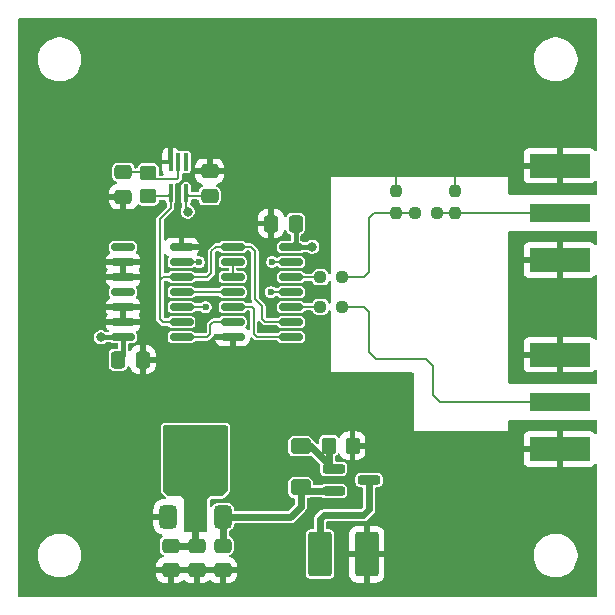
<source format=gtl>
G04 #@! TF.GenerationSoftware,KiCad,Pcbnew,9.0.1*
G04 #@! TF.CreationDate,2025-06-27T23:51:54+02:00*
G04 #@! TF.ProjectId,NPI,4e50492e-6b69-4636-9164-5f7063625858,rev?*
G04 #@! TF.SameCoordinates,Original*
G04 #@! TF.FileFunction,Copper,L1,Top*
G04 #@! TF.FilePolarity,Positive*
%FSLAX46Y46*%
G04 Gerber Fmt 4.6, Leading zero omitted, Abs format (unit mm)*
G04 Created by KiCad (PCBNEW 9.0.1) date 2025-06-27 23:51:54*
%MOMM*%
%LPD*%
G01*
G04 APERTURE LIST*
G04 Aperture macros list*
%AMRoundRect*
0 Rectangle with rounded corners*
0 $1 Rounding radius*
0 $2 $3 $4 $5 $6 $7 $8 $9 X,Y pos of 4 corners*
0 Add a 4 corners polygon primitive as box body*
4,1,4,$2,$3,$4,$5,$6,$7,$8,$9,$2,$3,0*
0 Add four circle primitives for the rounded corners*
1,1,$1+$1,$2,$3*
1,1,$1+$1,$4,$5*
1,1,$1+$1,$6,$7*
1,1,$1+$1,$8,$9*
0 Add four rect primitives between the rounded corners*
20,1,$1+$1,$2,$3,$4,$5,0*
20,1,$1+$1,$4,$5,$6,$7,0*
20,1,$1+$1,$6,$7,$8,$9,0*
20,1,$1+$1,$8,$9,$2,$3,0*%
G04 Aperture macros list end*
G04 #@! TA.AperFunction,SMDPad,CuDef*
%ADD10RoundRect,0.237500X-0.237500X0.250000X-0.237500X-0.250000X0.237500X-0.250000X0.237500X0.250000X0*%
G04 #@! TD*
G04 #@! TA.AperFunction,SMDPad,CuDef*
%ADD11R,5.080000X2.000000*%
G04 #@! TD*
G04 #@! TA.AperFunction,SMDPad,CuDef*
%ADD12R,5.080000X1.500000*%
G04 #@! TD*
G04 #@! TA.AperFunction,SMDPad,CuDef*
%ADD13RoundRect,0.375000X0.375000X-0.625000X0.375000X0.625000X-0.375000X0.625000X-0.375000X-0.625000X0*%
G04 #@! TD*
G04 #@! TA.AperFunction,SMDPad,CuDef*
%ADD14RoundRect,0.500000X1.400000X-0.500000X1.400000X0.500000X-1.400000X0.500000X-1.400000X-0.500000X0*%
G04 #@! TD*
G04 #@! TA.AperFunction,SMDPad,CuDef*
%ADD15RoundRect,0.150000X0.825000X0.150000X-0.825000X0.150000X-0.825000X-0.150000X0.825000X-0.150000X0*%
G04 #@! TD*
G04 #@! TA.AperFunction,SMDPad,CuDef*
%ADD16RoundRect,0.150000X-0.825000X-0.150000X0.825000X-0.150000X0.825000X0.150000X-0.825000X0.150000X0*%
G04 #@! TD*
G04 #@! TA.AperFunction,SMDPad,CuDef*
%ADD17RoundRect,0.100000X-0.100000X0.650000X-0.100000X-0.650000X0.100000X-0.650000X0.100000X0.650000X0*%
G04 #@! TD*
G04 #@! TA.AperFunction,SMDPad,CuDef*
%ADD18RoundRect,0.250000X0.750000X-1.650000X0.750000X1.650000X-0.750000X1.650000X-0.750000X-1.650000X0*%
G04 #@! TD*
G04 #@! TA.AperFunction,SMDPad,CuDef*
%ADD19RoundRect,0.250000X0.350000X0.450000X-0.350000X0.450000X-0.350000X-0.450000X0.350000X-0.450000X0*%
G04 #@! TD*
G04 #@! TA.AperFunction,SMDPad,CuDef*
%ADD20RoundRect,0.237500X-0.250000X-0.237500X0.250000X-0.237500X0.250000X0.237500X-0.250000X0.237500X0*%
G04 #@! TD*
G04 #@! TA.AperFunction,SMDPad,CuDef*
%ADD21RoundRect,0.250000X-0.450000X0.350000X-0.450000X-0.350000X0.450000X-0.350000X0.450000X0.350000X0*%
G04 #@! TD*
G04 #@! TA.AperFunction,SMDPad,CuDef*
%ADD22RoundRect,0.200000X-0.750000X-0.200000X0.750000X-0.200000X0.750000X0.200000X-0.750000X0.200000X0*%
G04 #@! TD*
G04 #@! TA.AperFunction,SMDPad,CuDef*
%ADD23RoundRect,0.250000X0.600000X-0.400000X0.600000X0.400000X-0.600000X0.400000X-0.600000X-0.400000X0*%
G04 #@! TD*
G04 #@! TA.AperFunction,SMDPad,CuDef*
%ADD24RoundRect,0.250000X-0.475000X0.337500X-0.475000X-0.337500X0.475000X-0.337500X0.475000X0.337500X0*%
G04 #@! TD*
G04 #@! TA.AperFunction,SMDPad,CuDef*
%ADD25RoundRect,0.250000X0.337500X0.475000X-0.337500X0.475000X-0.337500X-0.475000X0.337500X-0.475000X0*%
G04 #@! TD*
G04 #@! TA.AperFunction,SMDPad,CuDef*
%ADD26RoundRect,0.250000X-0.337500X-0.475000X0.337500X-0.475000X0.337500X0.475000X-0.337500X0.475000X0*%
G04 #@! TD*
G04 #@! TA.AperFunction,SMDPad,CuDef*
%ADD27RoundRect,0.250000X0.475000X-0.337500X0.475000X0.337500X-0.475000X0.337500X-0.475000X-0.337500X0*%
G04 #@! TD*
G04 #@! TA.AperFunction,ViaPad*
%ADD28C,0.600000*%
G04 #@! TD*
G04 #@! TA.AperFunction,ViaPad*
%ADD29C,0.800000*%
G04 #@! TD*
G04 #@! TA.AperFunction,Conductor*
%ADD30C,0.203200*%
G04 #@! TD*
G04 #@! TA.AperFunction,Conductor*
%ADD31C,0.406400*%
G04 #@! TD*
G04 #@! TA.AperFunction,Conductor*
%ADD32C,0.156464*%
G04 #@! TD*
G04 #@! TA.AperFunction,Conductor*
%ADD33C,0.609600*%
G04 #@! TD*
G04 APERTURE END LIST*
D10*
X74512500Y-109012500D03*
X74512500Y-107187500D03*
X69462500Y-108987500D03*
X69462500Y-107162500D03*
D11*
X83337500Y-113000000D03*
X83337500Y-105000000D03*
D12*
X83337500Y-109000000D03*
X83337500Y-125000000D03*
D11*
X83337500Y-121000000D03*
X83337500Y-129000000D03*
D13*
X50200000Y-134750000D03*
X52500000Y-134750000D03*
D14*
X52500000Y-128450000D03*
D13*
X54800000Y-134750000D03*
D15*
X51325000Y-119510000D03*
X51325000Y-118240000D03*
X51325000Y-116970000D03*
X51325000Y-115700000D03*
X51325000Y-114430000D03*
X51325000Y-113160000D03*
X51325000Y-111890000D03*
X46375000Y-111890000D03*
X46375000Y-113160000D03*
X46375000Y-114430000D03*
X46375000Y-115700000D03*
X46375000Y-116970000D03*
X46375000Y-118240000D03*
X46375000Y-119510000D03*
D16*
X55650000Y-111880000D03*
X55650000Y-113150000D03*
X55650000Y-114420000D03*
X55650000Y-115690000D03*
X55650000Y-116960000D03*
X55650000Y-118230000D03*
X55650000Y-119500000D03*
X60600000Y-119500000D03*
X60600000Y-118230000D03*
X60600000Y-116960000D03*
X60600000Y-115690000D03*
X60600000Y-114420000D03*
X60600000Y-113150000D03*
X60600000Y-111880000D03*
D17*
X51700000Y-104685000D03*
X51050000Y-104685000D03*
X50400000Y-104685000D03*
X50400000Y-107345000D03*
X51700000Y-107345000D03*
D18*
X67000000Y-137900000D03*
X63050000Y-137900000D03*
D19*
X65800000Y-128700000D03*
X63800000Y-128700000D03*
D20*
X71087500Y-109000000D03*
X72912500Y-109000000D03*
X63087500Y-116950000D03*
X64912500Y-116950000D03*
X63087500Y-114450000D03*
X64912500Y-114450000D03*
D21*
X48500000Y-105585000D03*
X48500000Y-107585000D03*
D22*
X64200000Y-130650000D03*
X64200000Y-132550000D03*
X67200000Y-131600000D03*
D23*
X61400000Y-132250000D03*
X61400000Y-128750000D03*
D24*
X54800000Y-137162500D03*
X54800000Y-139237500D03*
X50400000Y-137162500D03*
X50400000Y-139237500D03*
X52600000Y-137162500D03*
X52600000Y-139237500D03*
D25*
X60987500Y-109900000D03*
X58912500Y-109900000D03*
D26*
X45962500Y-121430000D03*
X48037500Y-121430000D03*
D27*
X53700000Y-107560000D03*
X53700000Y-105485000D03*
D24*
X46400000Y-105547500D03*
X46400000Y-107622500D03*
D28*
X86000000Y-131000000D03*
X86000000Y-99000000D03*
X86000000Y-100000000D03*
X86000000Y-101000000D03*
X86000000Y-102000000D03*
X86000000Y-103000000D03*
X86000000Y-115000000D03*
X86000000Y-116000000D03*
X86000000Y-117000000D03*
X86000000Y-118000000D03*
X86000000Y-119000000D03*
X86000000Y-132000000D03*
X86000000Y-133000000D03*
X86000000Y-134000000D03*
X86000000Y-135000000D03*
X80000000Y-141000000D03*
X79000000Y-141000000D03*
X75000000Y-141000000D03*
X76000000Y-141000000D03*
X78000000Y-141000000D03*
X77000000Y-141000000D03*
X73000000Y-141000000D03*
X74000000Y-141000000D03*
X72000000Y-141000000D03*
X68000000Y-141000000D03*
X69000000Y-141000000D03*
X71000000Y-141000000D03*
X70000000Y-141000000D03*
X66000000Y-141000000D03*
X67000000Y-141000000D03*
X65000000Y-141000000D03*
X61000000Y-141000000D03*
X62000000Y-141000000D03*
X64000000Y-141000000D03*
X63000000Y-141000000D03*
X59000000Y-141000000D03*
X60000000Y-141000000D03*
X58000000Y-141000000D03*
X54000000Y-141000000D03*
X55000000Y-141000000D03*
X57000000Y-141000000D03*
X56000000Y-141000000D03*
X52000000Y-141000000D03*
X53000000Y-141000000D03*
X51000000Y-141000000D03*
X50000000Y-141000000D03*
X49000000Y-141000000D03*
X48000000Y-141000000D03*
X47000000Y-141000000D03*
X46000000Y-141000000D03*
X45000000Y-141000000D03*
X44000000Y-141000000D03*
X38000000Y-135000000D03*
X38000000Y-134000000D03*
X38000000Y-133000000D03*
X38000000Y-123000000D03*
X38000000Y-126000000D03*
X38000000Y-124000000D03*
X38000000Y-128000000D03*
X38000000Y-129000000D03*
X38000000Y-127000000D03*
X38000000Y-101000000D03*
X38000000Y-125000000D03*
X38000000Y-132000000D03*
X38000000Y-104000000D03*
X38000000Y-99000000D03*
X38000000Y-100000000D03*
X38000000Y-102000000D03*
X38000000Y-131000000D03*
X38000000Y-122000000D03*
X38000000Y-130000000D03*
X38000000Y-103000000D03*
X38000000Y-112000000D03*
X38000000Y-115000000D03*
X38000000Y-111000000D03*
X38000000Y-113000000D03*
X38000000Y-114000000D03*
X38000000Y-121000000D03*
X38000000Y-106000000D03*
X38000000Y-120000000D03*
X38000000Y-118000000D03*
X38000000Y-110000000D03*
X38000000Y-108000000D03*
X38000000Y-109000000D03*
X38000000Y-107000000D03*
X38000000Y-105000000D03*
X38000000Y-116000000D03*
X38000000Y-117000000D03*
X38000000Y-119000000D03*
X44000000Y-93000000D03*
X45000000Y-93000000D03*
X46000000Y-93000000D03*
X56000000Y-93000000D03*
X53000000Y-93000000D03*
X57000000Y-93000000D03*
X55000000Y-93000000D03*
X54000000Y-93000000D03*
X51000000Y-93000000D03*
X47000000Y-93000000D03*
X49000000Y-93000000D03*
X48000000Y-93000000D03*
X50000000Y-93000000D03*
X52000000Y-93000000D03*
X67000000Y-93000000D03*
X64000000Y-93000000D03*
X68000000Y-93000000D03*
X66000000Y-93000000D03*
X65000000Y-93000000D03*
X62000000Y-93000000D03*
X58000000Y-93000000D03*
X60000000Y-93000000D03*
X59000000Y-93000000D03*
X61000000Y-93000000D03*
X63000000Y-93000000D03*
X69000000Y-93000000D03*
X71000000Y-93000000D03*
X70000000Y-93000000D03*
X72000000Y-93000000D03*
X74000000Y-93000000D03*
X73000000Y-93000000D03*
X75000000Y-93000000D03*
X77000000Y-93000000D03*
X76000000Y-93000000D03*
X78000000Y-93000000D03*
X79000000Y-93000000D03*
X80000000Y-93000000D03*
D29*
X51850000Y-108900000D03*
X62400000Y-111875000D03*
X44500000Y-119525000D03*
D28*
X79500000Y-127000000D03*
X79500000Y-128000000D03*
X78500000Y-128000000D03*
X77500000Y-128000000D03*
X76500000Y-128000000D03*
X75500000Y-128000000D03*
X74500000Y-128000000D03*
X73500000Y-128000000D03*
X72500000Y-128000000D03*
X71500000Y-128000000D03*
X70500000Y-128000000D03*
X70500000Y-127000000D03*
X70500000Y-126000000D03*
X70500000Y-125000000D03*
X70500000Y-124000000D03*
X70500000Y-123000000D03*
X69500000Y-123000000D03*
X68500000Y-123000000D03*
X63500000Y-123000000D03*
X67500000Y-123000000D03*
X66500000Y-123000000D03*
X65500000Y-123000000D03*
X64500000Y-123000000D03*
X63500000Y-122000000D03*
X63500000Y-121000000D03*
X63500000Y-120000000D03*
X63500000Y-119000000D03*
X79500000Y-123000000D03*
X79500000Y-122000000D03*
X79500000Y-121000000D03*
X79500000Y-120000000D03*
X79500000Y-119000000D03*
X79500000Y-118000000D03*
X79500000Y-117000000D03*
X79500000Y-116000000D03*
X79500000Y-115000000D03*
X79500000Y-114000000D03*
X79500000Y-113000000D03*
X79500000Y-112000000D03*
X79500000Y-111000000D03*
X79500000Y-106500000D03*
X79500000Y-105500000D03*
X78500000Y-105500000D03*
X77500000Y-105500000D03*
X76500000Y-105500000D03*
X75500000Y-105500000D03*
X74500000Y-105500000D03*
X73500000Y-105500000D03*
X72500000Y-105500000D03*
X71500000Y-105500000D03*
X70500000Y-105500000D03*
X69500000Y-105500000D03*
X68500000Y-105500000D03*
X67500000Y-105500000D03*
X66500000Y-105500000D03*
X65500000Y-105500000D03*
X64500000Y-105500000D03*
X63500000Y-106000000D03*
X63500000Y-107000000D03*
X63500000Y-108000000D03*
X63500000Y-109000000D03*
X63500000Y-110000000D03*
X63500000Y-111000000D03*
X63500000Y-112000000D03*
X63500000Y-113000000D03*
X59000000Y-113150000D03*
X52800000Y-113160000D03*
X58900000Y-115700000D03*
X53370000Y-116970000D03*
X54500000Y-132250000D03*
X53500000Y-132250000D03*
X52500000Y-132250000D03*
X51500000Y-132250000D03*
X50500000Y-132250000D03*
X50500000Y-131250000D03*
X51500000Y-131250000D03*
X52500000Y-131250000D03*
X53500000Y-131250000D03*
X54500000Y-131250000D03*
X54500000Y-130250000D03*
X53500000Y-130250000D03*
X52500000Y-130250000D03*
X51500000Y-130250000D03*
X50500000Y-130250000D03*
D30*
X51700000Y-108750000D02*
X51850000Y-108900000D01*
X51700000Y-107345000D02*
X51700000Y-108750000D01*
D31*
X62395000Y-111880000D02*
X62400000Y-111875000D01*
X60600000Y-111880000D02*
X62395000Y-111880000D01*
X44515000Y-119510000D02*
X44500000Y-119525000D01*
X46375000Y-119510000D02*
X44515000Y-119510000D01*
D32*
X73200000Y-125000000D02*
X83337500Y-125000000D01*
X72600000Y-124400000D02*
X73200000Y-125000000D01*
X72600000Y-122000000D02*
X72600000Y-124400000D01*
X72000000Y-121400000D02*
X72600000Y-122000000D01*
X67800000Y-121400000D02*
X72000000Y-121400000D01*
X67200000Y-117400000D02*
X67200000Y-120800000D01*
X66750000Y-116950000D02*
X67200000Y-117400000D01*
X67200000Y-120800000D02*
X67800000Y-121400000D01*
X64912500Y-116950000D02*
X66750000Y-116950000D01*
X69462500Y-107162500D02*
X69462500Y-105537500D01*
X69462500Y-105537500D02*
X69500000Y-105500000D01*
X74512500Y-105512500D02*
X74500000Y-105500000D01*
X74512500Y-107187500D02*
X74512500Y-105512500D01*
X74650000Y-109000000D02*
X83337500Y-109000000D01*
X74637500Y-109012500D02*
X74650000Y-109000000D01*
X74512500Y-109012500D02*
X74637500Y-109012500D01*
X74500000Y-109000000D02*
X74512500Y-109012500D01*
X72912500Y-109000000D02*
X74500000Y-109000000D01*
X71075000Y-108987500D02*
X71087500Y-109000000D01*
X69462500Y-108987500D02*
X71075000Y-108987500D01*
X67612500Y-108987500D02*
X67200000Y-109400000D01*
X69462500Y-108987500D02*
X67612500Y-108987500D01*
X66750000Y-114450000D02*
X67200000Y-114000000D01*
X67200000Y-114000000D02*
X67200000Y-109400000D01*
X64912500Y-114450000D02*
X66750000Y-114450000D01*
D30*
X60610000Y-116950000D02*
X60600000Y-116960000D01*
X63087500Y-116950000D02*
X60610000Y-116950000D01*
X60630000Y-114450000D02*
X60600000Y-114420000D01*
X63087500Y-114450000D02*
X60630000Y-114450000D01*
X51050000Y-106050000D02*
X51050000Y-104685000D01*
X50950000Y-106150000D02*
X51050000Y-106050000D01*
X49065000Y-106150000D02*
X50950000Y-106150000D01*
X48500000Y-105585000D02*
X49065000Y-106150000D01*
X50160000Y-107585000D02*
X50400000Y-107345000D01*
X48500000Y-107585000D02*
X50160000Y-107585000D01*
X48462500Y-105547500D02*
X48500000Y-105585000D01*
X46400000Y-105547500D02*
X48462500Y-105547500D01*
X51915000Y-107560000D02*
X53700000Y-107560000D01*
X51700000Y-107345000D02*
X51915000Y-107560000D01*
X54220000Y-111880000D02*
X55650000Y-111880000D01*
X53850000Y-114100000D02*
X53850000Y-112250000D01*
X53520000Y-114430000D02*
X53850000Y-114100000D01*
X51325000Y-114430000D02*
X53520000Y-114430000D01*
X53850000Y-112250000D02*
X54220000Y-111880000D01*
X52800000Y-113160000D02*
X51325000Y-113160000D01*
D31*
X46375000Y-121017500D02*
X45962500Y-121430000D01*
X46375000Y-119510000D02*
X46375000Y-121017500D01*
X60987500Y-111492500D02*
X60600000Y-111880000D01*
X60987500Y-109900000D02*
X60987500Y-111492500D01*
D30*
X49500000Y-114800000D02*
X49500000Y-109500000D01*
X49500000Y-109500000D02*
X50400000Y-108600000D01*
X49500000Y-118000000D02*
X49500000Y-114800000D01*
X50400000Y-108600000D02*
X50400000Y-107345000D01*
X49720000Y-114430000D02*
X51325000Y-114430000D01*
X49500000Y-114650000D02*
X49720000Y-114430000D01*
X49500000Y-114800000D02*
X49500000Y-114650000D01*
X49740000Y-118240000D02*
X49500000Y-118000000D01*
X51325000Y-118240000D02*
X49740000Y-118240000D01*
X58430000Y-118230000D02*
X60600000Y-118230000D01*
X58150000Y-116900000D02*
X58150000Y-117950000D01*
X58150000Y-117950000D02*
X58430000Y-118230000D01*
X57550000Y-112250000D02*
X57550000Y-116300000D01*
X57550000Y-116300000D02*
X58150000Y-116900000D01*
X57180000Y-111880000D02*
X57550000Y-112250000D01*
X55650000Y-111880000D02*
X57180000Y-111880000D01*
X55650000Y-113150000D02*
X55650000Y-114420000D01*
X57700000Y-119500000D02*
X60600000Y-119500000D01*
X57450000Y-119250000D02*
X57700000Y-119500000D01*
X57450000Y-117150000D02*
X57450000Y-119250000D01*
X55650000Y-116960000D02*
X57260000Y-116960000D01*
X57260000Y-116960000D02*
X57450000Y-117150000D01*
X59000000Y-113150000D02*
X60600000Y-113150000D01*
X55640000Y-115700000D02*
X55650000Y-115690000D01*
X51325000Y-115700000D02*
X55640000Y-115700000D01*
X60590000Y-115700000D02*
X60600000Y-115690000D01*
X58900000Y-115700000D02*
X60590000Y-115700000D01*
X51325000Y-116970000D02*
X53370000Y-116970000D01*
X53750000Y-118500000D02*
X54020000Y-118230000D01*
X53490000Y-119510000D02*
X53750000Y-119250000D01*
X54020000Y-118230000D02*
X55650000Y-118230000D01*
X51325000Y-119510000D02*
X53490000Y-119510000D01*
X53750000Y-119250000D02*
X53750000Y-118500000D01*
D33*
X50400000Y-137162500D02*
X52600000Y-137162500D01*
X52500000Y-134750000D02*
X52500000Y-137062500D01*
X52500000Y-137062500D02*
X52600000Y-137162500D01*
X54800000Y-134750000D02*
X54800000Y-137162500D01*
X61400000Y-133900000D02*
X61400000Y-132250000D01*
X60550000Y-134750000D02*
X61400000Y-133900000D01*
X54800000Y-134750000D02*
X60550000Y-134750000D01*
X63750000Y-130250000D02*
X63800000Y-130250000D01*
X62250000Y-128750000D02*
X63750000Y-130250000D01*
X61400000Y-128750000D02*
X62250000Y-128750000D01*
X63800000Y-130250000D02*
X63800000Y-128700000D01*
X64200000Y-130650000D02*
X63800000Y-130250000D01*
X61700000Y-132550000D02*
X61400000Y-132250000D01*
X64200000Y-132550000D02*
X61700000Y-132550000D01*
X67200000Y-134100000D02*
X67200000Y-131600000D01*
X63400000Y-134600000D02*
X66700000Y-134600000D01*
X66700000Y-134600000D02*
X67200000Y-134100000D01*
X63050000Y-137900000D02*
X63050000Y-134950000D01*
X63050000Y-134950000D02*
X63400000Y-134600000D01*
G04 #@! TA.AperFunction,Conductor*
G36*
X55193039Y-127019685D02*
G01*
X55238794Y-127072489D01*
X55250000Y-127124000D01*
X55250000Y-132448638D01*
X55230315Y-132515677D01*
X55213681Y-132536319D01*
X54786319Y-132963681D01*
X54724996Y-132997166D01*
X54698638Y-133000000D01*
X53749999Y-133000000D01*
X53500000Y-133249999D01*
X53500000Y-135876000D01*
X53480315Y-135943039D01*
X53427511Y-135988794D01*
X53376000Y-136000000D01*
X51624000Y-136000000D01*
X51556961Y-135980315D01*
X51511206Y-135927511D01*
X51500000Y-135876000D01*
X51500000Y-133250000D01*
X51250000Y-133000000D01*
X50301362Y-133000000D01*
X50234323Y-132980315D01*
X50213681Y-132963681D01*
X49786319Y-132536319D01*
X49752834Y-132474996D01*
X49750000Y-132448638D01*
X49750000Y-127124000D01*
X49769685Y-127056961D01*
X49822489Y-127011206D01*
X49874000Y-127000000D01*
X55126000Y-127000000D01*
X55193039Y-127019685D01*
G37*
G04 #@! TD.AperFunction*
G04 #@! TA.AperFunction,Conductor*
G36*
X86442539Y-92520185D02*
G01*
X86488294Y-92572989D01*
X86499500Y-92624500D01*
X86499500Y-103623996D01*
X86479815Y-103691035D01*
X86427011Y-103736790D01*
X86357853Y-103746734D01*
X86294297Y-103717709D01*
X86276234Y-103698307D01*
X86234690Y-103642812D01*
X86234687Y-103642809D01*
X86119593Y-103556649D01*
X86119586Y-103556645D01*
X85984879Y-103506403D01*
X85984872Y-103506401D01*
X85925344Y-103500000D01*
X83587500Y-103500000D01*
X83587500Y-106500000D01*
X85925328Y-106500000D01*
X85925344Y-106499999D01*
X85984872Y-106493598D01*
X85984879Y-106493596D01*
X86119586Y-106443354D01*
X86119593Y-106443350D01*
X86234686Y-106357191D01*
X86276233Y-106301692D01*
X86332167Y-106259821D01*
X86401858Y-106254837D01*
X86463181Y-106288322D01*
X86496666Y-106349645D01*
X86499500Y-106376003D01*
X86499500Y-107376000D01*
X86479815Y-107443039D01*
X86427011Y-107488794D01*
X86375500Y-107500000D01*
X79124000Y-107500000D01*
X79056961Y-107480315D01*
X79011206Y-107427511D01*
X79000000Y-107376000D01*
X79000000Y-106047844D01*
X80297500Y-106047844D01*
X80303901Y-106107372D01*
X80303903Y-106107379D01*
X80354145Y-106242086D01*
X80354149Y-106242093D01*
X80440309Y-106357187D01*
X80440312Y-106357190D01*
X80555406Y-106443350D01*
X80555413Y-106443354D01*
X80690120Y-106493596D01*
X80690127Y-106493598D01*
X80749655Y-106499999D01*
X80749672Y-106500000D01*
X83087500Y-106500000D01*
X83087500Y-105250000D01*
X80297500Y-105250000D01*
X80297500Y-106047844D01*
X79000000Y-106047844D01*
X79000000Y-106000000D01*
X64000000Y-106000000D01*
X64000000Y-114049853D01*
X63980315Y-114116892D01*
X63927511Y-114162647D01*
X63858353Y-114172591D01*
X63794797Y-114143566D01*
X63758959Y-114090809D01*
X63734111Y-114019801D01*
X63729116Y-114005525D01*
X63650711Y-113899289D01*
X63650710Y-113899288D01*
X63544476Y-113820884D01*
X63419848Y-113777274D01*
X63419849Y-113777274D01*
X63390260Y-113774500D01*
X63390256Y-113774500D01*
X62784744Y-113774500D01*
X62784740Y-113774500D01*
X62755150Y-113777274D01*
X62630523Y-113820884D01*
X62524289Y-113899288D01*
X62524288Y-113899289D01*
X62445884Y-114005523D01*
X62445884Y-114005524D01*
X62425123Y-114064855D01*
X62384401Y-114121631D01*
X62319448Y-114147378D01*
X62308082Y-114147900D01*
X61832855Y-114147900D01*
X61765816Y-114128215D01*
X61721454Y-114078360D01*
X61714198Y-114063517D01*
X61714196Y-114063515D01*
X61714196Y-114063514D01*
X61631485Y-113980803D01*
X61526391Y-113929426D01*
X61458261Y-113919500D01*
X61458260Y-113919500D01*
X59741740Y-113919500D01*
X59741739Y-113919500D01*
X59673608Y-113929426D01*
X59568514Y-113980803D01*
X59485803Y-114063514D01*
X59434426Y-114168608D01*
X59424500Y-114236739D01*
X59424500Y-114603260D01*
X59434426Y-114671391D01*
X59485803Y-114776485D01*
X59568514Y-114859196D01*
X59568515Y-114859196D01*
X59568517Y-114859198D01*
X59673607Y-114910573D01*
X59707673Y-114915536D01*
X59741739Y-114920500D01*
X59741740Y-114920500D01*
X61458261Y-114920500D01*
X61480971Y-114917191D01*
X61526393Y-114910573D01*
X61631483Y-114859198D01*
X61666092Y-114824589D01*
X61702263Y-114788419D01*
X61763586Y-114754934D01*
X61789944Y-114752100D01*
X62308082Y-114752100D01*
X62375121Y-114771785D01*
X62420876Y-114824589D01*
X62425123Y-114835145D01*
X62445884Y-114894475D01*
X62445884Y-114894476D01*
X62524288Y-115000710D01*
X62524289Y-115000711D01*
X62630523Y-115079115D01*
X62630524Y-115079115D01*
X62630525Y-115079116D01*
X62755151Y-115122725D01*
X62755150Y-115122725D01*
X62784740Y-115125500D01*
X62784744Y-115125500D01*
X63390260Y-115125500D01*
X63419849Y-115122725D01*
X63544475Y-115079116D01*
X63650711Y-115000711D01*
X63729116Y-114894475D01*
X63749877Y-114835145D01*
X63758959Y-114809191D01*
X63799681Y-114752415D01*
X63864634Y-114726668D01*
X63933195Y-114740125D01*
X63983598Y-114788512D01*
X64000000Y-114850146D01*
X64000000Y-116549853D01*
X63980315Y-116616892D01*
X63927511Y-116662647D01*
X63858353Y-116672591D01*
X63794797Y-116643566D01*
X63758959Y-116590809D01*
X63729115Y-116505523D01*
X63650711Y-116399289D01*
X63650710Y-116399288D01*
X63544476Y-116320884D01*
X63419848Y-116277274D01*
X63419849Y-116277274D01*
X63390260Y-116274500D01*
X63390256Y-116274500D01*
X62784744Y-116274500D01*
X62784740Y-116274500D01*
X62755150Y-116277274D01*
X62630523Y-116320884D01*
X62524289Y-116399288D01*
X62524288Y-116399289D01*
X62445884Y-116505523D01*
X62445884Y-116505524D01*
X62425123Y-116564855D01*
X62384401Y-116621631D01*
X62319448Y-116647378D01*
X62308082Y-116647900D01*
X61809715Y-116647900D01*
X61742676Y-116628215D01*
X61722884Y-116609361D01*
X61721464Y-116610782D01*
X61631485Y-116520803D01*
X61526391Y-116469426D01*
X61458261Y-116459500D01*
X61458260Y-116459500D01*
X59741740Y-116459500D01*
X59741739Y-116459500D01*
X59673608Y-116469426D01*
X59568514Y-116520803D01*
X59485803Y-116603514D01*
X59434426Y-116708608D01*
X59424500Y-116776739D01*
X59424500Y-117143260D01*
X59434426Y-117211391D01*
X59485803Y-117316485D01*
X59568514Y-117399196D01*
X59568515Y-117399196D01*
X59568517Y-117399198D01*
X59673607Y-117450573D01*
X59707673Y-117455536D01*
X59741739Y-117460500D01*
X59741740Y-117460500D01*
X61458261Y-117460500D01*
X61480971Y-117457191D01*
X61526393Y-117450573D01*
X61631483Y-117399198D01*
X61714198Y-117316483D01*
X61714198Y-117316481D01*
X61720168Y-117308122D01*
X61722502Y-117309789D01*
X61758813Y-117270053D01*
X61823078Y-117252100D01*
X62308082Y-117252100D01*
X62375121Y-117271785D01*
X62420876Y-117324589D01*
X62425123Y-117335145D01*
X62445884Y-117394475D01*
X62445884Y-117394476D01*
X62524288Y-117500710D01*
X62524289Y-117500711D01*
X62630523Y-117579115D01*
X62630524Y-117579115D01*
X62630525Y-117579116D01*
X62755151Y-117622725D01*
X62755150Y-117622725D01*
X62784740Y-117625500D01*
X62784744Y-117625500D01*
X63390260Y-117625500D01*
X63419849Y-117622725D01*
X63544475Y-117579116D01*
X63650711Y-117500711D01*
X63729116Y-117394475D01*
X63752908Y-117326483D01*
X63758959Y-117309191D01*
X63799681Y-117252415D01*
X63864634Y-117226668D01*
X63933195Y-117240125D01*
X63983598Y-117288512D01*
X64000000Y-117350146D01*
X64000000Y-122500000D01*
X70876000Y-122500000D01*
X70943039Y-122519685D01*
X70988794Y-122572489D01*
X71000000Y-122624000D01*
X71000000Y-127500000D01*
X79000000Y-127500000D01*
X79000000Y-126624000D01*
X79019685Y-126556961D01*
X79072489Y-126511206D01*
X79124000Y-126500000D01*
X86375500Y-126500000D01*
X86442539Y-126519685D01*
X86488294Y-126572489D01*
X86499500Y-126624000D01*
X86499500Y-127623996D01*
X86479815Y-127691035D01*
X86427011Y-127736790D01*
X86357853Y-127746734D01*
X86294297Y-127717709D01*
X86276234Y-127698307D01*
X86234690Y-127642812D01*
X86234687Y-127642809D01*
X86119593Y-127556649D01*
X86119586Y-127556645D01*
X85984879Y-127506403D01*
X85984872Y-127506401D01*
X85925344Y-127500000D01*
X83587500Y-127500000D01*
X83587500Y-130500000D01*
X85925328Y-130500000D01*
X85925344Y-130499999D01*
X85984872Y-130493598D01*
X85984879Y-130493596D01*
X86119586Y-130443354D01*
X86119593Y-130443350D01*
X86234686Y-130357191D01*
X86276233Y-130301692D01*
X86332167Y-130259821D01*
X86401858Y-130254837D01*
X86463181Y-130288322D01*
X86496666Y-130349645D01*
X86499500Y-130376003D01*
X86499500Y-141375500D01*
X86479815Y-141442539D01*
X86427011Y-141488294D01*
X86375500Y-141499500D01*
X37624500Y-141499500D01*
X37557461Y-141479815D01*
X37511706Y-141427011D01*
X37500500Y-141375500D01*
X37500500Y-137878711D01*
X39149500Y-137878711D01*
X39149500Y-138121288D01*
X39181161Y-138361785D01*
X39243947Y-138596104D01*
X39336773Y-138820205D01*
X39336776Y-138820212D01*
X39458064Y-139030289D01*
X39458066Y-139030292D01*
X39458067Y-139030293D01*
X39605733Y-139222736D01*
X39605739Y-139222743D01*
X39777256Y-139394260D01*
X39777262Y-139394265D01*
X39969711Y-139541936D01*
X40179788Y-139663224D01*
X40403900Y-139756054D01*
X40638211Y-139818838D01*
X40818586Y-139842584D01*
X40878711Y-139850500D01*
X40878712Y-139850500D01*
X41121289Y-139850500D01*
X41169388Y-139844167D01*
X41361789Y-139818838D01*
X41596100Y-139756054D01*
X41820212Y-139663224D01*
X41886442Y-139624986D01*
X49175001Y-139624986D01*
X49185494Y-139727697D01*
X49240641Y-139894119D01*
X49240643Y-139894124D01*
X49332684Y-140043345D01*
X49456654Y-140167315D01*
X49605875Y-140259356D01*
X49605880Y-140259358D01*
X49772302Y-140314505D01*
X49772309Y-140314506D01*
X49875019Y-140324999D01*
X50149999Y-140324999D01*
X50650000Y-140324999D01*
X50924972Y-140324999D01*
X50924986Y-140324998D01*
X51027697Y-140314505D01*
X51194119Y-140259358D01*
X51194124Y-140259356D01*
X51343345Y-140167315D01*
X51412319Y-140098342D01*
X51473642Y-140064857D01*
X51543334Y-140069841D01*
X51587681Y-140098342D01*
X51656654Y-140167315D01*
X51805875Y-140259356D01*
X51805880Y-140259358D01*
X51972302Y-140314505D01*
X51972309Y-140314506D01*
X52075019Y-140324999D01*
X52349999Y-140324999D01*
X52850000Y-140324999D01*
X53124972Y-140324999D01*
X53124986Y-140324998D01*
X53227697Y-140314505D01*
X53394119Y-140259358D01*
X53394124Y-140259356D01*
X53543345Y-140167315D01*
X53612319Y-140098342D01*
X53673642Y-140064857D01*
X53743334Y-140069841D01*
X53787681Y-140098342D01*
X53856654Y-140167315D01*
X54005875Y-140259356D01*
X54005880Y-140259358D01*
X54172302Y-140314505D01*
X54172309Y-140314506D01*
X54275019Y-140324999D01*
X54549999Y-140324999D01*
X55050000Y-140324999D01*
X55324972Y-140324999D01*
X55324986Y-140324998D01*
X55427697Y-140314505D01*
X55594119Y-140259358D01*
X55594124Y-140259356D01*
X55743345Y-140167315D01*
X55867315Y-140043345D01*
X55959356Y-139894124D01*
X55959358Y-139894119D01*
X56014505Y-139727697D01*
X56014506Y-139727690D01*
X56024999Y-139624986D01*
X56025000Y-139624973D01*
X56025000Y-139487500D01*
X55050000Y-139487500D01*
X55050000Y-140324999D01*
X54549999Y-140324999D01*
X54550000Y-140324998D01*
X54550000Y-139487500D01*
X52850000Y-139487500D01*
X52850000Y-140324999D01*
X52349999Y-140324999D01*
X52350000Y-140324998D01*
X52350000Y-139487500D01*
X50650000Y-139487500D01*
X50650000Y-140324999D01*
X50149999Y-140324999D01*
X50150000Y-140324998D01*
X50150000Y-139487500D01*
X49175001Y-139487500D01*
X49175001Y-139624986D01*
X41886442Y-139624986D01*
X42030289Y-139541936D01*
X42222738Y-139394265D01*
X42222743Y-139394260D01*
X42268547Y-139348457D01*
X42394260Y-139222743D01*
X42394265Y-139222738D01*
X42541936Y-139030289D01*
X42663224Y-138820212D01*
X42756054Y-138596100D01*
X42818838Y-138361789D01*
X42850500Y-138121288D01*
X42850500Y-137878712D01*
X42818838Y-137638211D01*
X42756054Y-137403900D01*
X42663224Y-137179788D01*
X42541936Y-136969711D01*
X42394265Y-136777262D01*
X42394260Y-136777256D01*
X42222743Y-136605739D01*
X42222736Y-136605733D01*
X42030293Y-136458067D01*
X42030292Y-136458066D01*
X42030289Y-136458064D01*
X41833357Y-136344365D01*
X41820214Y-136336777D01*
X41820205Y-136336773D01*
X41596104Y-136243947D01*
X41436452Y-136201168D01*
X41361789Y-136181162D01*
X41361788Y-136181161D01*
X41361785Y-136181161D01*
X41121289Y-136149500D01*
X41121288Y-136149500D01*
X40878712Y-136149500D01*
X40878711Y-136149500D01*
X40638214Y-136181161D01*
X40403895Y-136243947D01*
X40179794Y-136336773D01*
X40179785Y-136336777D01*
X39969706Y-136458067D01*
X39777263Y-136605733D01*
X39777256Y-136605739D01*
X39605739Y-136777256D01*
X39605733Y-136777263D01*
X39458067Y-136969706D01*
X39336777Y-137179785D01*
X39336773Y-137179794D01*
X39243947Y-137403895D01*
X39181161Y-137638214D01*
X39149500Y-137878711D01*
X37500500Y-137878711D01*
X37500500Y-134048903D01*
X48950000Y-134048903D01*
X48950000Y-134500000D01*
X50076000Y-134500000D01*
X50143039Y-134519685D01*
X50188794Y-134572489D01*
X50200000Y-134624000D01*
X50200000Y-134876000D01*
X50180315Y-134943039D01*
X50127511Y-134988794D01*
X50076000Y-135000000D01*
X48950000Y-135000000D01*
X48950000Y-135451096D01*
X48952897Y-135493824D01*
X48998831Y-135678523D01*
X49083390Y-135849022D01*
X49083392Y-135849025D01*
X49202632Y-135997366D01*
X49202633Y-135997367D01*
X49350974Y-136116607D01*
X49350977Y-136116609D01*
X49521476Y-136201168D01*
X49521477Y-136201169D01*
X49632322Y-136228735D01*
X49692629Y-136264017D01*
X49724288Y-136326303D01*
X49717247Y-136395817D01*
X49676031Y-136448839D01*
X49602850Y-136502849D01*
X49522207Y-136612117D01*
X49522206Y-136612119D01*
X49477353Y-136740298D01*
X49477353Y-136740300D01*
X49474500Y-136770730D01*
X49474500Y-137554269D01*
X49477353Y-137584699D01*
X49477353Y-137584701D01*
X49513320Y-137687485D01*
X49522207Y-137712882D01*
X49602850Y-137822150D01*
X49712118Y-137902793D01*
X49776033Y-137925158D01*
X49832807Y-137965878D01*
X49858555Y-138030830D01*
X49845099Y-138099392D01*
X49796712Y-138149795D01*
X49774082Y-138159904D01*
X49605878Y-138215642D01*
X49605875Y-138215643D01*
X49456654Y-138307684D01*
X49332684Y-138431654D01*
X49240643Y-138580875D01*
X49240641Y-138580880D01*
X49185494Y-138747302D01*
X49185493Y-138747309D01*
X49175000Y-138850013D01*
X49175000Y-138987500D01*
X56024999Y-138987500D01*
X56024999Y-138850028D01*
X56024998Y-138850013D01*
X56014505Y-138747302D01*
X55959358Y-138580880D01*
X55959356Y-138580875D01*
X55867315Y-138431654D01*
X55743345Y-138307684D01*
X55594124Y-138215643D01*
X55594119Y-138215641D01*
X55425917Y-138159905D01*
X55368472Y-138120133D01*
X55341649Y-138055617D01*
X55353964Y-137986841D01*
X55401507Y-137935641D01*
X55423966Y-137925158D01*
X55423972Y-137925156D01*
X55487882Y-137902793D01*
X55597150Y-137822150D01*
X55677793Y-137712882D01*
X55703920Y-137638214D01*
X55722646Y-137584701D01*
X55722646Y-137584699D01*
X55725500Y-137554269D01*
X55725500Y-136770730D01*
X55722646Y-136740300D01*
X55722646Y-136740298D01*
X55677793Y-136612119D01*
X55677792Y-136612117D01*
X55673082Y-136605735D01*
X55597150Y-136502850D01*
X55487882Y-136422207D01*
X55487880Y-136422206D01*
X55388345Y-136387377D01*
X55369357Y-136373758D01*
X55348097Y-136364049D01*
X55341493Y-136353772D01*
X55331569Y-136346655D01*
X55322957Y-136324931D01*
X55310323Y-136305271D01*
X55307567Y-136286104D01*
X55305822Y-136281702D01*
X55305300Y-136270336D01*
X55305300Y-136195730D01*
X61849500Y-136195730D01*
X61849500Y-139604269D01*
X61852353Y-139634699D01*
X61852353Y-139634701D01*
X61897206Y-139762880D01*
X61897207Y-139762882D01*
X61977850Y-139872150D01*
X62087118Y-139952793D01*
X62129845Y-139967744D01*
X62215299Y-139997646D01*
X62245730Y-140000500D01*
X62245734Y-140000500D01*
X63854270Y-140000500D01*
X63884699Y-139997646D01*
X63884701Y-139997646D01*
X63948790Y-139975219D01*
X64012882Y-139952793D01*
X64122150Y-139872150D01*
X64202793Y-139762882D01*
X64237665Y-139663224D01*
X64247646Y-139634701D01*
X64247646Y-139634699D01*
X64250500Y-139604269D01*
X64250500Y-139599986D01*
X65500001Y-139599986D01*
X65510494Y-139702697D01*
X65565641Y-139869119D01*
X65565643Y-139869124D01*
X65657684Y-140018345D01*
X65781654Y-140142315D01*
X65930875Y-140234356D01*
X65930880Y-140234358D01*
X66097302Y-140289505D01*
X66097309Y-140289506D01*
X66200019Y-140299999D01*
X66749999Y-140299999D01*
X67250000Y-140299999D01*
X67799972Y-140299999D01*
X67799986Y-140299998D01*
X67902697Y-140289505D01*
X68069119Y-140234358D01*
X68069124Y-140234356D01*
X68218345Y-140142315D01*
X68342315Y-140018345D01*
X68434356Y-139869124D01*
X68434358Y-139869119D01*
X68489505Y-139702697D01*
X68489506Y-139702690D01*
X68499999Y-139599986D01*
X68500000Y-139599973D01*
X68500000Y-138150000D01*
X67250000Y-138150000D01*
X67250000Y-140299999D01*
X66749999Y-140299999D01*
X66750000Y-140299998D01*
X66750000Y-138150000D01*
X65500001Y-138150000D01*
X65500001Y-139599986D01*
X64250500Y-139599986D01*
X64250500Y-137878711D01*
X81149500Y-137878711D01*
X81149500Y-138121288D01*
X81181161Y-138361785D01*
X81243947Y-138596104D01*
X81336773Y-138820205D01*
X81336776Y-138820212D01*
X81458064Y-139030289D01*
X81458066Y-139030292D01*
X81458067Y-139030293D01*
X81605733Y-139222736D01*
X81605739Y-139222743D01*
X81777256Y-139394260D01*
X81777262Y-139394265D01*
X81969711Y-139541936D01*
X82179788Y-139663224D01*
X82403900Y-139756054D01*
X82638211Y-139818838D01*
X82818586Y-139842584D01*
X82878711Y-139850500D01*
X82878712Y-139850500D01*
X83121289Y-139850500D01*
X83169388Y-139844167D01*
X83361789Y-139818838D01*
X83596100Y-139756054D01*
X83820212Y-139663224D01*
X84030289Y-139541936D01*
X84222738Y-139394265D01*
X84394265Y-139222738D01*
X84541936Y-139030289D01*
X84663224Y-138820212D01*
X84756054Y-138596100D01*
X84818838Y-138361789D01*
X84850500Y-138121288D01*
X84850500Y-137878712D01*
X84818838Y-137638211D01*
X84756054Y-137403900D01*
X84663224Y-137179788D01*
X84541936Y-136969711D01*
X84394265Y-136777262D01*
X84394260Y-136777256D01*
X84222743Y-136605739D01*
X84222736Y-136605733D01*
X84030293Y-136458067D01*
X84030292Y-136458066D01*
X84030289Y-136458064D01*
X83833357Y-136344365D01*
X83820214Y-136336777D01*
X83820205Y-136336773D01*
X83596104Y-136243947D01*
X83436452Y-136201168D01*
X83361789Y-136181162D01*
X83361788Y-136181161D01*
X83361785Y-136181161D01*
X83121289Y-136149500D01*
X83121288Y-136149500D01*
X82878712Y-136149500D01*
X82878711Y-136149500D01*
X82638214Y-136181161D01*
X82403895Y-136243947D01*
X82179794Y-136336773D01*
X82179785Y-136336777D01*
X81969706Y-136458067D01*
X81777263Y-136605733D01*
X81777256Y-136605739D01*
X81605739Y-136777256D01*
X81605733Y-136777263D01*
X81458067Y-136969706D01*
X81336777Y-137179785D01*
X81336773Y-137179794D01*
X81243947Y-137403895D01*
X81181161Y-137638214D01*
X81149500Y-137878711D01*
X64250500Y-137878711D01*
X64250500Y-136200013D01*
X65500000Y-136200013D01*
X65500000Y-137650000D01*
X66750000Y-137650000D01*
X67250000Y-137650000D01*
X68499999Y-137650000D01*
X68499999Y-136200028D01*
X68499998Y-136200013D01*
X68489505Y-136097302D01*
X68434358Y-135930880D01*
X68434356Y-135930875D01*
X68342315Y-135781654D01*
X68218345Y-135657684D01*
X68069124Y-135565643D01*
X68069119Y-135565641D01*
X67902697Y-135510494D01*
X67902690Y-135510493D01*
X67799986Y-135500000D01*
X67250000Y-135500000D01*
X67250000Y-137650000D01*
X66750000Y-137650000D01*
X66750000Y-135500000D01*
X66200028Y-135500000D01*
X66200012Y-135500001D01*
X66097302Y-135510494D01*
X65930880Y-135565641D01*
X65930875Y-135565643D01*
X65781654Y-135657684D01*
X65657684Y-135781654D01*
X65565643Y-135930875D01*
X65565641Y-135930880D01*
X65510494Y-136097302D01*
X65510493Y-136097309D01*
X65500000Y-136200013D01*
X64250500Y-136200013D01*
X64250500Y-136195730D01*
X64247646Y-136165300D01*
X64247646Y-136165298D01*
X64202793Y-136037119D01*
X64202792Y-136037117D01*
X64195177Y-136026799D01*
X64122150Y-135927850D01*
X64012882Y-135847207D01*
X64012880Y-135847206D01*
X63884700Y-135802353D01*
X63854270Y-135799500D01*
X63854266Y-135799500D01*
X63679300Y-135799500D01*
X63612261Y-135779815D01*
X63566506Y-135727011D01*
X63555300Y-135675500D01*
X63555300Y-135229300D01*
X63574985Y-135162261D01*
X63627789Y-135116506D01*
X63679300Y-135105300D01*
X66766522Y-135105300D01*
X66766524Y-135105300D01*
X66895038Y-135070864D01*
X66913403Y-135060261D01*
X67010261Y-135004341D01*
X67604341Y-134410261D01*
X67670864Y-134295038D01*
X67693580Y-134210261D01*
X67705300Y-134166524D01*
X67705300Y-132324499D01*
X67724985Y-132257460D01*
X67777789Y-132211705D01*
X67829300Y-132200499D01*
X67981517Y-132200499D01*
X67981518Y-132200499D01*
X68075304Y-132185646D01*
X68188342Y-132128050D01*
X68278050Y-132038342D01*
X68335646Y-131925304D01*
X68335646Y-131925302D01*
X68335647Y-131925301D01*
X68350499Y-131831524D01*
X68350500Y-131831519D01*
X68350499Y-131368482D01*
X68335646Y-131274696D01*
X68278050Y-131161658D01*
X68278046Y-131161654D01*
X68278045Y-131161652D01*
X68188347Y-131071954D01*
X68188344Y-131071952D01*
X68188342Y-131071950D01*
X68111517Y-131032805D01*
X68075301Y-131014352D01*
X67981524Y-130999500D01*
X66418482Y-130999500D01*
X66337519Y-131012323D01*
X66324696Y-131014354D01*
X66211658Y-131071950D01*
X66211657Y-131071951D01*
X66211652Y-131071954D01*
X66121954Y-131161652D01*
X66121951Y-131161657D01*
X66121950Y-131161658D01*
X66113599Y-131178048D01*
X66064352Y-131274698D01*
X66049500Y-131368475D01*
X66049500Y-131831517D01*
X66060292Y-131899657D01*
X66064354Y-131925304D01*
X66121950Y-132038342D01*
X66121952Y-132038344D01*
X66121954Y-132038347D01*
X66211652Y-132128045D01*
X66211654Y-132128046D01*
X66211658Y-132128050D01*
X66324694Y-132185645D01*
X66324698Y-132185647D01*
X66418475Y-132200499D01*
X66418481Y-132200500D01*
X66570700Y-132200499D01*
X66637739Y-132220183D01*
X66683494Y-132272987D01*
X66694700Y-132324499D01*
X66694700Y-133839336D01*
X66686055Y-133868776D01*
X66679532Y-133898763D01*
X66675777Y-133903778D01*
X66675015Y-133906375D01*
X66658381Y-133927017D01*
X66527017Y-134058381D01*
X66465694Y-134091866D01*
X66439336Y-134094700D01*
X63333476Y-134094700D01*
X63247800Y-134117657D01*
X63204961Y-134129136D01*
X63089740Y-134195658D01*
X63089737Y-134195660D01*
X62645660Y-134639737D01*
X62645658Y-134639740D01*
X62620408Y-134683476D01*
X62579136Y-134754961D01*
X62544700Y-134883477D01*
X62544700Y-135675500D01*
X62525015Y-135742539D01*
X62472211Y-135788294D01*
X62420700Y-135799500D01*
X62245730Y-135799500D01*
X62215300Y-135802353D01*
X62215298Y-135802353D01*
X62087119Y-135847206D01*
X62087117Y-135847207D01*
X61977850Y-135927850D01*
X61897207Y-136037117D01*
X61897206Y-136037119D01*
X61852353Y-136165298D01*
X61852353Y-136165300D01*
X61849500Y-136195730D01*
X55305300Y-136195730D01*
X55305300Y-136026799D01*
X55324985Y-135959760D01*
X55377789Y-135914005D01*
X55381847Y-135912238D01*
X55400018Y-135904710D01*
X55465233Y-135877698D01*
X55585451Y-135785451D01*
X55677698Y-135665233D01*
X55735687Y-135525236D01*
X55750500Y-135412720D01*
X55750500Y-135379300D01*
X55770185Y-135312261D01*
X55822989Y-135266506D01*
X55874500Y-135255300D01*
X60616522Y-135255300D01*
X60616524Y-135255300D01*
X60745038Y-135220864D01*
X60860261Y-135154341D01*
X61804341Y-134210261D01*
X61870864Y-134095038D01*
X61905300Y-133966524D01*
X61905300Y-133833476D01*
X61905300Y-133224500D01*
X61924985Y-133157461D01*
X61977789Y-133111706D01*
X62001635Y-133103626D01*
X62015293Y-133100500D01*
X62054266Y-133100500D01*
X62084699Y-133097646D01*
X62192361Y-133059973D01*
X62199122Y-133058426D01*
X62205949Y-133058840D01*
X62226787Y-133055300D01*
X63140055Y-133055300D01*
X63202895Y-133073752D01*
X63202963Y-133073619D01*
X63203671Y-133073980D01*
X63207094Y-133074985D01*
X63211339Y-133077887D01*
X63211657Y-133078049D01*
X63211658Y-133078050D01*
X63294352Y-133120185D01*
X63324698Y-133135647D01*
X63418475Y-133150499D01*
X63418481Y-133150500D01*
X64981518Y-133150499D01*
X65075304Y-133135646D01*
X65188342Y-133078050D01*
X65278050Y-132988342D01*
X65335646Y-132875304D01*
X65335646Y-132875302D01*
X65335647Y-132875301D01*
X65350499Y-132781524D01*
X65350500Y-132781519D01*
X65350499Y-132318482D01*
X65335646Y-132224696D01*
X65278050Y-132111658D01*
X65278046Y-132111654D01*
X65278045Y-132111652D01*
X65188347Y-132021954D01*
X65188344Y-132021952D01*
X65188342Y-132021950D01*
X65111517Y-131982805D01*
X65075301Y-131964352D01*
X64981524Y-131949500D01*
X63418482Y-131949500D01*
X63337519Y-131962323D01*
X63324696Y-131964354D01*
X63211658Y-132021950D01*
X63211656Y-132021951D01*
X63202963Y-132026381D01*
X63202186Y-132024856D01*
X63147126Y-132044498D01*
X63140055Y-132044700D01*
X62574500Y-132044700D01*
X62507461Y-132025015D01*
X62461706Y-131972211D01*
X62450500Y-131920700D01*
X62450500Y-131795730D01*
X62447646Y-131765300D01*
X62447646Y-131765298D01*
X62402793Y-131637119D01*
X62402792Y-131637117D01*
X62322150Y-131527850D01*
X62212882Y-131447207D01*
X62212880Y-131447206D01*
X62084700Y-131402353D01*
X62054270Y-131399500D01*
X62054266Y-131399500D01*
X60745734Y-131399500D01*
X60745730Y-131399500D01*
X60715300Y-131402353D01*
X60715298Y-131402353D01*
X60587119Y-131447206D01*
X60587117Y-131447207D01*
X60477850Y-131527850D01*
X60397207Y-131637117D01*
X60397206Y-131637119D01*
X60352353Y-131765298D01*
X60352353Y-131765300D01*
X60349500Y-131795730D01*
X60349500Y-132704269D01*
X60352353Y-132734699D01*
X60352353Y-132734701D01*
X60397206Y-132862880D01*
X60397207Y-132862882D01*
X60477850Y-132972150D01*
X60587118Y-133052793D01*
X60629845Y-133067744D01*
X60715299Y-133097646D01*
X60745730Y-133100500D01*
X60745734Y-133100500D01*
X60770700Y-133100500D01*
X60837739Y-133120185D01*
X60883494Y-133172989D01*
X60894700Y-133224500D01*
X60894700Y-133639336D01*
X60875015Y-133706375D01*
X60858381Y-133727017D01*
X60377017Y-134208381D01*
X60315694Y-134241866D01*
X60289336Y-134244700D01*
X55874500Y-134244700D01*
X55807461Y-134225015D01*
X55761706Y-134172211D01*
X55750500Y-134120700D01*
X55750500Y-134087286D01*
X55750499Y-134087272D01*
X55746695Y-134058381D01*
X55735687Y-133974764D01*
X55677698Y-133834767D01*
X55585451Y-133714549D01*
X55465233Y-133622302D01*
X55465229Y-133622300D01*
X55401801Y-133596027D01*
X55325236Y-133564313D01*
X55311171Y-133562461D01*
X55212727Y-133549500D01*
X55212720Y-133549500D01*
X54387280Y-133549500D01*
X54387272Y-133549500D01*
X54274764Y-133564313D01*
X54274763Y-133564313D01*
X54134770Y-133622300D01*
X54134767Y-133622301D01*
X54134767Y-133622302D01*
X54014549Y-133714549D01*
X54014548Y-133714550D01*
X54014547Y-133714551D01*
X53927875Y-133827503D01*
X53871447Y-133868706D01*
X53801701Y-133872860D01*
X53740781Y-133838647D01*
X53708029Y-133776929D01*
X53705500Y-133752016D01*
X53705500Y-133386481D01*
X53714144Y-133357040D01*
X53720668Y-133327054D01*
X53724422Y-133322038D01*
X53725185Y-133319442D01*
X53741819Y-133298800D01*
X53798800Y-133241819D01*
X53860123Y-133208334D01*
X53886481Y-133205500D01*
X54698639Y-133205500D01*
X54701180Y-133205363D01*
X54720607Y-133204322D01*
X54720614Y-133204321D01*
X54720618Y-133204321D01*
X54746965Y-133201488D01*
X54823482Y-133177529D01*
X54884805Y-133144044D01*
X54931629Y-133108991D01*
X55358991Y-132681629D01*
X55373693Y-132665262D01*
X55390327Y-132644620D01*
X55427490Y-132573575D01*
X55447175Y-132506536D01*
X55455500Y-132448638D01*
X55455500Y-128295730D01*
X60349500Y-128295730D01*
X60349500Y-129204269D01*
X60352353Y-129234699D01*
X60352353Y-129234701D01*
X60391701Y-129347147D01*
X60397207Y-129362882D01*
X60477850Y-129472150D01*
X60587118Y-129552793D01*
X60618017Y-129563605D01*
X60715299Y-129597646D01*
X60745730Y-129600500D01*
X60745734Y-129600500D01*
X62054270Y-129600500D01*
X62084699Y-129597646D01*
X62084701Y-129597646D01*
X62162753Y-129570333D01*
X62212882Y-129552793D01*
X62212890Y-129552787D01*
X62213945Y-129552230D01*
X62215249Y-129551964D01*
X62221653Y-129549724D01*
X62221959Y-129550599D01*
X62282413Y-129538304D01*
X62347540Y-129563605D01*
X62359574Y-129574176D01*
X63025931Y-130240533D01*
X63059416Y-130301856D01*
X63060724Y-130347611D01*
X63049500Y-130418480D01*
X63049500Y-130881517D01*
X63060292Y-130949657D01*
X63064354Y-130975304D01*
X63121950Y-131088342D01*
X63121952Y-131088344D01*
X63121954Y-131088347D01*
X63211652Y-131178045D01*
X63211654Y-131178046D01*
X63211658Y-131178050D01*
X63324694Y-131235645D01*
X63324698Y-131235647D01*
X63418475Y-131250499D01*
X63418481Y-131250500D01*
X64981518Y-131250499D01*
X65075304Y-131235646D01*
X65188342Y-131178050D01*
X65278050Y-131088342D01*
X65335646Y-130975304D01*
X65335646Y-130975302D01*
X65335647Y-130975301D01*
X65350499Y-130881524D01*
X65350500Y-130881519D01*
X65350499Y-130418482D01*
X65335646Y-130324696D01*
X65278050Y-130211658D01*
X65278046Y-130211654D01*
X65278045Y-130211652D01*
X65188347Y-130121954D01*
X65188343Y-130121951D01*
X65188342Y-130121950D01*
X65159745Y-130107379D01*
X65145546Y-130100144D01*
X65145544Y-130100143D01*
X65075304Y-130064354D01*
X65028639Y-130056963D01*
X65028631Y-130056960D01*
X64981526Y-130049500D01*
X64981519Y-130049500D01*
X64429300Y-130049500D01*
X64423660Y-130047844D01*
X80297500Y-130047844D01*
X80303901Y-130107372D01*
X80303903Y-130107379D01*
X80354145Y-130242086D01*
X80354149Y-130242093D01*
X80440309Y-130357187D01*
X80440312Y-130357190D01*
X80555406Y-130443350D01*
X80555413Y-130443354D01*
X80690120Y-130493596D01*
X80690127Y-130493598D01*
X80749655Y-130499999D01*
X80749672Y-130500000D01*
X83087500Y-130500000D01*
X83087500Y-129250000D01*
X80297500Y-129250000D01*
X80297500Y-130047844D01*
X64423660Y-130047844D01*
X64362261Y-130029815D01*
X64316506Y-129977011D01*
X64305300Y-129925500D01*
X64305300Y-129657888D01*
X64324985Y-129590849D01*
X64355667Y-129558118D01*
X64382514Y-129538304D01*
X64472150Y-129472150D01*
X64533225Y-129389395D01*
X64588870Y-129347147D01*
X64658526Y-129341688D01*
X64720075Y-129374755D01*
X64750699Y-129424026D01*
X64765642Y-129469121D01*
X64765643Y-129469124D01*
X64857684Y-129618345D01*
X64981654Y-129742315D01*
X65114686Y-129824370D01*
X65236325Y-129869298D01*
X65297305Y-129889505D01*
X65297309Y-129889506D01*
X65400019Y-129899999D01*
X65549999Y-129899999D01*
X66050000Y-129899999D01*
X66199972Y-129899999D01*
X66199986Y-129899998D01*
X66302697Y-129889505D01*
X66469119Y-129834358D01*
X66469124Y-129834356D01*
X66618345Y-129742315D01*
X66742315Y-129618345D01*
X66834356Y-129469124D01*
X66834358Y-129469119D01*
X66889505Y-129302697D01*
X66889506Y-129302690D01*
X66899999Y-129199986D01*
X66900000Y-129199973D01*
X66900000Y-128950000D01*
X66050000Y-128950000D01*
X66050000Y-129899999D01*
X65549999Y-129899999D01*
X65550000Y-129899998D01*
X65550000Y-128450000D01*
X66050000Y-128450000D01*
X66899999Y-128450000D01*
X66899999Y-128200028D01*
X66899998Y-128200013D01*
X66889505Y-128097302D01*
X66853238Y-127987855D01*
X66841408Y-127952155D01*
X80297500Y-127952155D01*
X80297500Y-128750000D01*
X83087500Y-128750000D01*
X83087500Y-127500000D01*
X80749655Y-127500000D01*
X80690127Y-127506401D01*
X80690120Y-127506403D01*
X80555413Y-127556645D01*
X80555406Y-127556649D01*
X80440312Y-127642809D01*
X80440309Y-127642812D01*
X80354149Y-127757906D01*
X80354145Y-127757913D01*
X80303903Y-127892620D01*
X80303901Y-127892627D01*
X80297500Y-127952155D01*
X66841408Y-127952155D01*
X66834358Y-127930880D01*
X66834356Y-127930875D01*
X66742315Y-127781654D01*
X66618345Y-127657684D01*
X66469124Y-127565643D01*
X66469119Y-127565641D01*
X66302697Y-127510494D01*
X66302690Y-127510493D01*
X66199986Y-127500000D01*
X66050000Y-127500000D01*
X66050000Y-128450000D01*
X65550000Y-128450000D01*
X65550000Y-127500000D01*
X65400027Y-127500000D01*
X65400012Y-127500001D01*
X65297302Y-127510494D01*
X65130880Y-127565641D01*
X65130875Y-127565643D01*
X64981654Y-127657684D01*
X64857684Y-127781654D01*
X64765643Y-127930875D01*
X64765640Y-127930883D01*
X64750698Y-127975974D01*
X64710925Y-128033418D01*
X64646409Y-128060240D01*
X64577633Y-128047924D01*
X64533223Y-128010601D01*
X64472151Y-127927851D01*
X64437602Y-127902353D01*
X64362882Y-127847207D01*
X64362880Y-127847206D01*
X64234700Y-127802353D01*
X64204270Y-127799500D01*
X64204266Y-127799500D01*
X63395734Y-127799500D01*
X63395730Y-127799500D01*
X63365300Y-127802353D01*
X63365298Y-127802353D01*
X63237119Y-127847206D01*
X63237117Y-127847207D01*
X63127850Y-127927850D01*
X63047207Y-128037117D01*
X63047206Y-128037119D01*
X63002353Y-128165298D01*
X63002353Y-128165300D01*
X62999500Y-128195730D01*
X62999500Y-128485536D01*
X62979815Y-128552575D01*
X62927011Y-128598330D01*
X62857853Y-128608274D01*
X62794297Y-128579249D01*
X62787819Y-128573217D01*
X62560262Y-128345660D01*
X62560257Y-128345656D01*
X62494218Y-128307529D01*
X62446003Y-128256962D01*
X62439177Y-128241097D01*
X62421983Y-128191961D01*
X62402793Y-128137118D01*
X62322150Y-128027850D01*
X62212882Y-127947207D01*
X62212880Y-127947206D01*
X62084700Y-127902353D01*
X62054270Y-127899500D01*
X62054266Y-127899500D01*
X60745734Y-127899500D01*
X60745730Y-127899500D01*
X60715300Y-127902353D01*
X60715298Y-127902353D01*
X60587119Y-127947206D01*
X60587117Y-127947207D01*
X60477850Y-128027850D01*
X60397207Y-128137117D01*
X60397206Y-128137119D01*
X60352353Y-128265298D01*
X60352353Y-128265300D01*
X60349500Y-128295730D01*
X55455500Y-128295730D01*
X55455500Y-127124000D01*
X55450803Y-127080316D01*
X55446897Y-127062364D01*
X55439602Y-127028825D01*
X55439348Y-127027789D01*
X55437110Y-127018627D01*
X55394100Y-126937915D01*
X55348345Y-126885111D01*
X55348339Y-126885104D01*
X55330757Y-126867160D01*
X55330756Y-126867159D01*
X55330754Y-126867157D01*
X55330752Y-126867156D01*
X55330750Y-126867154D01*
X55250940Y-126822511D01*
X55250935Y-126822509D01*
X55183903Y-126802826D01*
X55183899Y-126802825D01*
X55183898Y-126802825D01*
X55126000Y-126794500D01*
X49874000Y-126794500D01*
X49873992Y-126794500D01*
X49830313Y-126799197D01*
X49778825Y-126810397D01*
X49768627Y-126812890D01*
X49768624Y-126812891D01*
X49687916Y-126855899D01*
X49687913Y-126855901D01*
X49635104Y-126901660D01*
X49617160Y-126919242D01*
X49617154Y-126919249D01*
X49572511Y-126999059D01*
X49572509Y-126999064D01*
X49552826Y-127066096D01*
X49552825Y-127066101D01*
X49552825Y-127066102D01*
X49544502Y-127123992D01*
X49544500Y-127124003D01*
X49544500Y-132448638D01*
X49545678Y-132470618D01*
X49548511Y-132496965D01*
X49548512Y-132496967D01*
X49572470Y-132573478D01*
X49572471Y-132573483D01*
X49586872Y-132599855D01*
X49605956Y-132634805D01*
X49605958Y-132634808D01*
X49605960Y-132634811D01*
X49640998Y-132681615D01*
X49641002Y-132681619D01*
X49641009Y-132681629D01*
X49641013Y-132681633D01*
X49641016Y-132681636D01*
X49997698Y-133038319D01*
X50031183Y-133099642D01*
X50026199Y-133169334D01*
X49984327Y-133225267D01*
X49918863Y-133249684D01*
X49910017Y-133250000D01*
X49748903Y-133250000D01*
X49706175Y-133252897D01*
X49521476Y-133298831D01*
X49350977Y-133383390D01*
X49350974Y-133383392D01*
X49202633Y-133502632D01*
X49202632Y-133502633D01*
X49083392Y-133650974D01*
X49083390Y-133650977D01*
X48998831Y-133821476D01*
X48952897Y-134006175D01*
X48950000Y-134048903D01*
X37500500Y-134048903D01*
X37500500Y-119445943D01*
X43899500Y-119445943D01*
X43899500Y-119604057D01*
X43939272Y-119752486D01*
X43940423Y-119756783D01*
X43940426Y-119756790D01*
X44019475Y-119893709D01*
X44019479Y-119893714D01*
X44019480Y-119893716D01*
X44131284Y-120005520D01*
X44131286Y-120005521D01*
X44131290Y-120005524D01*
X44238570Y-120067461D01*
X44268216Y-120084577D01*
X44420943Y-120125500D01*
X44420945Y-120125500D01*
X44579055Y-120125500D01*
X44579057Y-120125500D01*
X44731784Y-120084577D01*
X44868716Y-120005520D01*
X44924217Y-119950019D01*
X44951144Y-119935315D01*
X44976963Y-119918723D01*
X44983163Y-119917831D01*
X44985540Y-119916534D01*
X45011898Y-119913700D01*
X45256656Y-119913700D01*
X45323695Y-119933385D01*
X45341779Y-119947957D01*
X45343513Y-119949195D01*
X45343514Y-119949195D01*
X45343517Y-119949198D01*
X45448607Y-120000573D01*
X45482547Y-120005518D01*
X45516739Y-120010500D01*
X45516740Y-120010500D01*
X45847300Y-120010500D01*
X45855985Y-120013050D01*
X45864947Y-120011762D01*
X45888987Y-120022740D01*
X45914339Y-120030185D01*
X45920266Y-120037025D01*
X45928503Y-120040787D01*
X45942792Y-120063021D01*
X45960094Y-120082989D01*
X45962381Y-120093503D01*
X45966277Y-120099565D01*
X45971300Y-120134500D01*
X45971300Y-120380500D01*
X45951615Y-120447539D01*
X45898811Y-120493294D01*
X45847300Y-120504500D01*
X45570730Y-120504500D01*
X45540300Y-120507353D01*
X45540298Y-120507353D01*
X45412119Y-120552206D01*
X45412117Y-120552207D01*
X45302850Y-120632850D01*
X45222207Y-120742117D01*
X45222206Y-120742119D01*
X45177353Y-120870298D01*
X45177353Y-120870300D01*
X45174500Y-120900730D01*
X45174500Y-121959269D01*
X45177353Y-121989699D01*
X45177353Y-121989701D01*
X45222206Y-122117880D01*
X45222207Y-122117882D01*
X45302850Y-122227150D01*
X45412118Y-122307793D01*
X45454845Y-122322744D01*
X45540299Y-122352646D01*
X45570730Y-122355500D01*
X45570734Y-122355500D01*
X46354270Y-122355500D01*
X46384699Y-122352646D01*
X46384701Y-122352646D01*
X46448790Y-122330219D01*
X46512882Y-122307793D01*
X46622150Y-122227150D01*
X46702793Y-122117882D01*
X46725158Y-122053964D01*
X46765877Y-121997192D01*
X46830830Y-121971444D01*
X46899392Y-121984900D01*
X46949795Y-122033287D01*
X46959904Y-122055917D01*
X47015642Y-122224121D01*
X47015643Y-122224124D01*
X47107684Y-122373345D01*
X47231654Y-122497315D01*
X47380875Y-122589356D01*
X47380880Y-122589358D01*
X47547302Y-122644505D01*
X47547309Y-122644506D01*
X47650019Y-122654999D01*
X47787499Y-122654999D01*
X48287500Y-122654999D01*
X48424972Y-122654999D01*
X48424986Y-122654998D01*
X48527697Y-122644505D01*
X48694119Y-122589358D01*
X48694124Y-122589356D01*
X48843345Y-122497315D01*
X48967315Y-122373345D01*
X49059356Y-122224124D01*
X49059358Y-122224119D01*
X49114505Y-122057697D01*
X49114506Y-122057690D01*
X49124999Y-121954986D01*
X49125000Y-121954973D01*
X49125000Y-121680000D01*
X48287500Y-121680000D01*
X48287500Y-122654999D01*
X47787499Y-122654999D01*
X47787500Y-122654998D01*
X47787500Y-121180000D01*
X48287500Y-121180000D01*
X49124999Y-121180000D01*
X49124999Y-120905028D01*
X49124998Y-120905013D01*
X49114505Y-120802302D01*
X49059358Y-120635880D01*
X49059356Y-120635875D01*
X48967315Y-120486654D01*
X48843345Y-120362684D01*
X48694124Y-120270643D01*
X48694119Y-120270641D01*
X48527697Y-120215494D01*
X48527690Y-120215493D01*
X48424986Y-120205000D01*
X48287500Y-120205000D01*
X48287500Y-121180000D01*
X47787500Y-121180000D01*
X47787500Y-120205000D01*
X47650027Y-120205000D01*
X47650012Y-120205001D01*
X47547302Y-120215494D01*
X47380880Y-120270641D01*
X47380875Y-120270643D01*
X47231654Y-120362684D01*
X47107684Y-120486654D01*
X47015638Y-120635884D01*
X47015082Y-120637078D01*
X47014482Y-120637759D01*
X47011851Y-120642025D01*
X47011122Y-120641575D01*
X46968910Y-120689518D01*
X46901717Y-120708670D01*
X46834835Y-120688454D01*
X46789501Y-120635289D01*
X46778700Y-120584674D01*
X46778700Y-120134500D01*
X46798385Y-120067461D01*
X46851189Y-120021706D01*
X46902700Y-120010500D01*
X47233261Y-120010500D01*
X47267412Y-120005524D01*
X47301393Y-120000573D01*
X47406483Y-119949198D01*
X47489198Y-119866483D01*
X47540573Y-119761393D01*
X47550500Y-119693260D01*
X47550500Y-119326740D01*
X47540573Y-119258607D01*
X47489198Y-119153517D01*
X47489195Y-119153514D01*
X47489195Y-119153513D01*
X47483227Y-119145153D01*
X47484340Y-119144357D01*
X47456029Y-119092509D01*
X47461013Y-119022817D01*
X47502885Y-118966884D01*
X47514075Y-118959419D01*
X47601550Y-118907687D01*
X47601561Y-118907678D01*
X47717678Y-118791561D01*
X47717685Y-118791552D01*
X47801281Y-118650198D01*
X47847100Y-118492486D01*
X47847295Y-118490001D01*
X47847295Y-118490000D01*
X44902705Y-118490000D01*
X44902704Y-118490001D01*
X44902899Y-118492486D01*
X44948718Y-118650198D01*
X45032314Y-118791552D01*
X45032321Y-118791561D01*
X45135379Y-118894619D01*
X45145991Y-118914055D01*
X45160492Y-118930789D01*
X45162408Y-118944120D01*
X45168864Y-118955942D01*
X45167284Y-118978028D01*
X45170436Y-118999947D01*
X45164840Y-119012198D01*
X45163880Y-119025634D01*
X45150609Y-119043360D01*
X45141411Y-119063503D01*
X45130079Y-119070785D01*
X45122008Y-119081567D01*
X45101262Y-119089304D01*
X45082633Y-119101277D01*
X45060714Y-119104428D01*
X45056544Y-119105984D01*
X45047698Y-119106300D01*
X44981898Y-119106300D01*
X44914859Y-119086615D01*
X44894217Y-119069981D01*
X44868717Y-119044481D01*
X44868709Y-119044475D01*
X44731790Y-118965426D01*
X44731786Y-118965424D01*
X44731784Y-118965423D01*
X44579057Y-118924500D01*
X44420943Y-118924500D01*
X44268216Y-118965423D01*
X44268209Y-118965426D01*
X44131290Y-119044475D01*
X44131282Y-119044481D01*
X44019481Y-119156282D01*
X44019475Y-119156290D01*
X43940426Y-119293209D01*
X43940423Y-119293216D01*
X43899500Y-119445943D01*
X37500500Y-119445943D01*
X37500500Y-117220001D01*
X44902704Y-117220001D01*
X44902899Y-117222486D01*
X44948718Y-117380198D01*
X45032314Y-117521552D01*
X45037100Y-117527722D01*
X45034753Y-117529542D01*
X45061564Y-117578642D01*
X45056580Y-117648334D01*
X45035541Y-117681069D01*
X45037100Y-117682278D01*
X45032314Y-117688447D01*
X44948718Y-117829801D01*
X44902899Y-117987513D01*
X44902704Y-117989998D01*
X44902705Y-117990000D01*
X46125000Y-117990000D01*
X46625000Y-117990000D01*
X47847295Y-117990000D01*
X47847295Y-117989998D01*
X47847100Y-117987513D01*
X47801281Y-117829801D01*
X47717685Y-117688447D01*
X47712900Y-117682278D01*
X47715252Y-117680453D01*
X47688445Y-117631405D01*
X47693402Y-117561712D01*
X47714465Y-117528936D01*
X47712900Y-117527722D01*
X47717685Y-117521552D01*
X47801281Y-117380198D01*
X47847100Y-117222486D01*
X47847295Y-117220001D01*
X47847295Y-117220000D01*
X46625000Y-117220000D01*
X46625000Y-117990000D01*
X46125000Y-117990000D01*
X46125000Y-117220000D01*
X44902705Y-117220000D01*
X44902704Y-117220001D01*
X37500500Y-117220001D01*
X37500500Y-114680001D01*
X44902704Y-114680001D01*
X44902899Y-114682486D01*
X44948718Y-114840198D01*
X45032314Y-114981552D01*
X45032321Y-114981561D01*
X45148438Y-115097678D01*
X45148446Y-115097684D01*
X45235925Y-115149419D01*
X45283608Y-115200488D01*
X45296112Y-115269230D01*
X45269467Y-115333819D01*
X45260927Y-115343340D01*
X45260804Y-115343513D01*
X45209426Y-115448608D01*
X45199500Y-115516739D01*
X45199500Y-115883260D01*
X45209426Y-115951391D01*
X45209427Y-115951393D01*
X45260802Y-116056483D01*
X45260803Y-116056484D01*
X45260804Y-116056486D01*
X45266773Y-116064847D01*
X45265658Y-116065642D01*
X45293970Y-116117490D01*
X45288986Y-116187182D01*
X45247114Y-116243115D01*
X45235926Y-116250580D01*
X45148444Y-116302317D01*
X45148438Y-116302321D01*
X45032321Y-116418438D01*
X45032314Y-116418447D01*
X44948718Y-116559801D01*
X44902899Y-116717513D01*
X44902704Y-116719998D01*
X44902705Y-116720000D01*
X47847295Y-116720000D01*
X47847295Y-116719998D01*
X47847100Y-116717513D01*
X47801281Y-116559801D01*
X47717685Y-116418447D01*
X47717678Y-116418438D01*
X47601561Y-116302321D01*
X47601552Y-116302314D01*
X47514074Y-116250580D01*
X47466390Y-116199511D01*
X47453887Y-116130769D01*
X47480532Y-116066180D01*
X47489074Y-116056656D01*
X47489195Y-116056486D01*
X47489198Y-116056483D01*
X47540573Y-115951393D01*
X47550500Y-115883260D01*
X47550500Y-115516740D01*
X47549053Y-115506812D01*
X47540573Y-115448608D01*
X47540573Y-115448607D01*
X47489198Y-115343517D01*
X47489195Y-115343514D01*
X47489195Y-115343513D01*
X47483227Y-115335153D01*
X47484340Y-115334357D01*
X47456029Y-115282509D01*
X47461013Y-115212817D01*
X47502885Y-115156884D01*
X47514075Y-115149419D01*
X47601550Y-115097687D01*
X47601561Y-115097678D01*
X47717678Y-114981561D01*
X47717685Y-114981552D01*
X47801281Y-114840198D01*
X47847100Y-114682486D01*
X47847295Y-114680001D01*
X47847295Y-114680000D01*
X44902705Y-114680000D01*
X44902704Y-114680001D01*
X37500500Y-114680001D01*
X37500500Y-113410001D01*
X44902704Y-113410001D01*
X44902899Y-113412486D01*
X44948718Y-113570198D01*
X45032314Y-113711552D01*
X45037100Y-113717722D01*
X45034753Y-113719542D01*
X45061564Y-113768642D01*
X45056580Y-113838334D01*
X45035541Y-113871069D01*
X45037100Y-113872278D01*
X45032314Y-113878447D01*
X44948718Y-114019801D01*
X44902899Y-114177513D01*
X44902704Y-114179998D01*
X44902705Y-114180000D01*
X46125000Y-114180000D01*
X46625000Y-114180000D01*
X47847295Y-114180000D01*
X47847295Y-114179998D01*
X47847100Y-114177513D01*
X47801281Y-114019801D01*
X47717685Y-113878447D01*
X47712900Y-113872278D01*
X47715252Y-113870453D01*
X47688445Y-113821405D01*
X47693402Y-113751712D01*
X47714465Y-113718936D01*
X47712900Y-113717722D01*
X47717685Y-113711552D01*
X47801281Y-113570198D01*
X47847100Y-113412486D01*
X47847295Y-113410001D01*
X47847295Y-113410000D01*
X46625000Y-113410000D01*
X46625000Y-114180000D01*
X46125000Y-114180000D01*
X46125000Y-113410000D01*
X44902705Y-113410000D01*
X44902704Y-113410001D01*
X37500500Y-113410001D01*
X37500500Y-112909998D01*
X44902704Y-112909998D01*
X44902705Y-112910000D01*
X47847295Y-112910000D01*
X47847295Y-112909998D01*
X47847100Y-112907513D01*
X47801281Y-112749801D01*
X47717685Y-112608447D01*
X47717678Y-112608438D01*
X47601561Y-112492321D01*
X47601552Y-112492314D01*
X47514074Y-112440580D01*
X47466390Y-112389511D01*
X47453887Y-112320769D01*
X47480532Y-112256180D01*
X47489074Y-112246656D01*
X47489195Y-112246486D01*
X47489198Y-112246483D01*
X47540573Y-112141393D01*
X47550500Y-112073260D01*
X47550500Y-111706740D01*
X47540573Y-111638607D01*
X47489198Y-111533517D01*
X47489196Y-111533515D01*
X47489196Y-111533514D01*
X47406485Y-111450803D01*
X47386027Y-111440802D01*
X47301393Y-111399427D01*
X47301391Y-111399426D01*
X47233261Y-111389500D01*
X47233260Y-111389500D01*
X45516740Y-111389500D01*
X45516739Y-111389500D01*
X45448608Y-111399426D01*
X45343514Y-111450803D01*
X45260803Y-111533514D01*
X45209426Y-111638608D01*
X45199500Y-111706739D01*
X45199500Y-112073260D01*
X45209426Y-112141391D01*
X45209427Y-112141393D01*
X45260802Y-112246483D01*
X45260803Y-112246484D01*
X45260804Y-112246486D01*
X45266773Y-112254847D01*
X45265658Y-112255642D01*
X45293970Y-112307490D01*
X45288986Y-112377182D01*
X45247114Y-112433115D01*
X45235926Y-112440580D01*
X45148444Y-112492317D01*
X45148438Y-112492321D01*
X45032321Y-112608438D01*
X45032314Y-112608447D01*
X44948718Y-112749801D01*
X44902899Y-112907513D01*
X44902704Y-112909998D01*
X37500500Y-112909998D01*
X37500500Y-108009986D01*
X45175001Y-108009986D01*
X45185494Y-108112697D01*
X45240641Y-108279119D01*
X45240643Y-108279124D01*
X45332684Y-108428345D01*
X45456654Y-108552315D01*
X45605875Y-108644356D01*
X45605880Y-108644358D01*
X45772302Y-108699505D01*
X45772309Y-108699506D01*
X45875019Y-108709999D01*
X46149999Y-108709999D01*
X46150000Y-108709998D01*
X46150000Y-107872500D01*
X45175001Y-107872500D01*
X45175001Y-108009986D01*
X37500500Y-108009986D01*
X37500500Y-107235013D01*
X45175000Y-107235013D01*
X45175000Y-107372500D01*
X46276000Y-107372500D01*
X46343039Y-107392185D01*
X46388794Y-107444989D01*
X46400000Y-107496500D01*
X46400000Y-107622500D01*
X46526000Y-107622500D01*
X46593039Y-107642185D01*
X46638794Y-107694989D01*
X46650000Y-107746500D01*
X46650000Y-108709999D01*
X46924972Y-108709999D01*
X46924986Y-108709998D01*
X47027697Y-108699505D01*
X47194119Y-108644358D01*
X47194124Y-108644356D01*
X47343345Y-108552315D01*
X47467315Y-108428345D01*
X47550633Y-108293266D01*
X47602581Y-108246542D01*
X47671544Y-108235319D01*
X47729804Y-108258592D01*
X47837118Y-108337793D01*
X47866288Y-108348000D01*
X47965299Y-108382646D01*
X47995730Y-108385500D01*
X47995734Y-108385500D01*
X49004270Y-108385500D01*
X49034699Y-108382646D01*
X49034701Y-108382646D01*
X49098790Y-108360219D01*
X49162882Y-108337793D01*
X49272150Y-108257150D01*
X49352793Y-108147882D01*
X49390593Y-108039856D01*
X49397646Y-108019701D01*
X49397646Y-108019699D01*
X49399539Y-107999521D01*
X49425398Y-107934612D01*
X49482244Y-107893988D01*
X49522997Y-107887100D01*
X49875501Y-107887100D01*
X49942540Y-107906785D01*
X49988295Y-107959589D01*
X49999501Y-108011100D01*
X49999501Y-108039856D01*
X49999502Y-108039882D01*
X50002413Y-108064987D01*
X50002415Y-108064991D01*
X50047793Y-108167764D01*
X50061581Y-108181552D01*
X50076284Y-108208479D01*
X50092877Y-108234298D01*
X50093768Y-108240498D01*
X50095066Y-108242875D01*
X50097900Y-108269233D01*
X50097900Y-108423503D01*
X50078215Y-108490542D01*
X50061581Y-108511184D01*
X49258261Y-109314503D01*
X49218487Y-109383390D01*
X49207775Y-109423370D01*
X49204205Y-109436696D01*
X49200001Y-109452384D01*
X49197900Y-109460227D01*
X49197900Y-118039775D01*
X49218485Y-118116605D01*
X49258261Y-118185496D01*
X49387268Y-118314502D01*
X49498260Y-118425494D01*
X49554506Y-118481740D01*
X49623394Y-118521513D01*
X49700228Y-118542100D01*
X50108145Y-118542100D01*
X50175184Y-118561785D01*
X50209064Y-118594049D01*
X50210803Y-118596485D01*
X50293514Y-118679196D01*
X50293515Y-118679196D01*
X50293517Y-118679198D01*
X50398607Y-118730573D01*
X50432673Y-118735536D01*
X50466739Y-118740500D01*
X50466740Y-118740500D01*
X52183261Y-118740500D01*
X52205971Y-118737191D01*
X52251393Y-118730573D01*
X52356483Y-118679198D01*
X52439198Y-118596483D01*
X52490573Y-118491393D01*
X52500500Y-118423260D01*
X52500500Y-118056740D01*
X52490573Y-117988607D01*
X52439198Y-117883517D01*
X52439196Y-117883515D01*
X52439196Y-117883514D01*
X52356485Y-117800803D01*
X52336027Y-117790802D01*
X52251393Y-117749427D01*
X52251391Y-117749426D01*
X52183261Y-117739500D01*
X52183260Y-117739500D01*
X50466740Y-117739500D01*
X50466739Y-117739500D01*
X50398608Y-117749426D01*
X50293514Y-117800803D01*
X50210803Y-117883514D01*
X50209064Y-117885951D01*
X50205830Y-117888487D01*
X50204079Y-117890238D01*
X50201858Y-117895103D01*
X50177170Y-117910968D01*
X50154089Y-117929074D01*
X50146826Y-117930469D01*
X50143080Y-117932877D01*
X50108145Y-117937900D01*
X49926100Y-117937900D01*
X49859061Y-117918215D01*
X49813306Y-117865411D01*
X49802100Y-117813900D01*
X49802100Y-116786739D01*
X50149500Y-116786739D01*
X50149500Y-117153260D01*
X50159426Y-117221391D01*
X50210803Y-117326485D01*
X50293514Y-117409196D01*
X50293515Y-117409196D01*
X50293517Y-117409198D01*
X50398607Y-117460573D01*
X50432673Y-117465536D01*
X50466739Y-117470500D01*
X50466740Y-117470500D01*
X52183261Y-117470500D01*
X52205971Y-117467191D01*
X52251393Y-117460573D01*
X52356483Y-117409198D01*
X52439198Y-117326483D01*
X52439199Y-117326480D01*
X52440936Y-117324049D01*
X52444169Y-117321512D01*
X52446464Y-117319218D01*
X52446741Y-117319495D01*
X52495911Y-117280926D01*
X52541855Y-117272100D01*
X52912924Y-117272100D01*
X52979963Y-117291785D01*
X53000605Y-117308419D01*
X53062686Y-117370500D01*
X53176814Y-117436392D01*
X53304108Y-117470500D01*
X53304110Y-117470500D01*
X53435890Y-117470500D01*
X53435892Y-117470500D01*
X53563186Y-117436392D01*
X53677314Y-117370500D01*
X53770500Y-117277314D01*
X53836392Y-117163186D01*
X53870500Y-117035892D01*
X53870500Y-116904108D01*
X53836392Y-116776814D01*
X53770500Y-116662686D01*
X53677314Y-116569500D01*
X53592967Y-116520802D01*
X53563187Y-116503608D01*
X53472940Y-116479427D01*
X53435892Y-116469500D01*
X53304108Y-116469500D01*
X53176812Y-116503608D01*
X53062686Y-116569500D01*
X53062683Y-116569502D01*
X53000605Y-116631581D01*
X52939282Y-116665066D01*
X52912924Y-116667900D01*
X52541855Y-116667900D01*
X52474816Y-116648215D01*
X52440936Y-116615951D01*
X52439196Y-116613514D01*
X52356485Y-116530803D01*
X52336027Y-116520802D01*
X52251393Y-116479427D01*
X52251391Y-116479426D01*
X52183261Y-116469500D01*
X52183260Y-116469500D01*
X50466740Y-116469500D01*
X50466739Y-116469500D01*
X50398608Y-116479426D01*
X50293514Y-116530803D01*
X50210803Y-116613514D01*
X50159426Y-116718608D01*
X50149500Y-116786739D01*
X49802100Y-116786739D01*
X49802100Y-115516739D01*
X50149500Y-115516739D01*
X50149500Y-115883260D01*
X50159426Y-115951391D01*
X50210803Y-116056485D01*
X50293514Y-116139196D01*
X50293515Y-116139196D01*
X50293517Y-116139198D01*
X50398607Y-116190573D01*
X50432673Y-116195536D01*
X50466739Y-116200500D01*
X50466740Y-116200500D01*
X52183261Y-116200500D01*
X52205971Y-116197191D01*
X52251393Y-116190573D01*
X52356483Y-116139198D01*
X52439198Y-116056483D01*
X52439199Y-116056480D01*
X52440936Y-116054049D01*
X52444169Y-116051512D01*
X52446464Y-116049218D01*
X52446741Y-116049495D01*
X52495911Y-116010926D01*
X52541855Y-116002100D01*
X54440285Y-116002100D01*
X54507324Y-116021785D01*
X54527115Y-116040638D01*
X54528536Y-116039218D01*
X54618514Y-116129196D01*
X54618515Y-116129196D01*
X54618517Y-116129198D01*
X54723607Y-116180573D01*
X54757673Y-116185536D01*
X54791739Y-116190500D01*
X54791740Y-116190500D01*
X56508261Y-116190500D01*
X56531033Y-116187182D01*
X56576393Y-116180573D01*
X56681483Y-116129198D01*
X56764198Y-116046483D01*
X56815573Y-115941393D01*
X56825500Y-115873260D01*
X56825500Y-115506740D01*
X56815573Y-115438607D01*
X56764198Y-115333517D01*
X56764196Y-115333515D01*
X56764196Y-115333514D01*
X56681485Y-115250803D01*
X56576391Y-115199426D01*
X56508261Y-115189500D01*
X56508260Y-115189500D01*
X54791740Y-115189500D01*
X54791739Y-115189500D01*
X54723608Y-115199426D01*
X54618514Y-115250803D01*
X54535802Y-115333515D01*
X54529832Y-115341878D01*
X54527497Y-115340210D01*
X54491187Y-115379947D01*
X54426922Y-115397900D01*
X52541855Y-115397900D01*
X52474816Y-115378215D01*
X52440936Y-115345951D01*
X52439196Y-115343514D01*
X52356485Y-115260803D01*
X52336027Y-115250802D01*
X52251393Y-115209427D01*
X52251391Y-115209426D01*
X52183261Y-115199500D01*
X52183260Y-115199500D01*
X50466740Y-115199500D01*
X50466739Y-115199500D01*
X50398608Y-115209426D01*
X50293514Y-115260803D01*
X50210803Y-115343514D01*
X50159426Y-115448608D01*
X50149500Y-115516739D01*
X49802100Y-115516739D01*
X49802100Y-114856100D01*
X49821785Y-114789061D01*
X49874589Y-114743306D01*
X49926100Y-114732100D01*
X50108145Y-114732100D01*
X50175184Y-114751785D01*
X50209064Y-114784049D01*
X50210803Y-114786485D01*
X50293514Y-114869196D01*
X50293515Y-114869196D01*
X50293517Y-114869198D01*
X50398607Y-114920573D01*
X50432673Y-114925536D01*
X50466739Y-114930500D01*
X50466740Y-114930500D01*
X52183261Y-114930500D01*
X52205971Y-114927191D01*
X52251393Y-114920573D01*
X52356483Y-114869198D01*
X52439198Y-114786483D01*
X52439199Y-114786480D01*
X52440936Y-114784049D01*
X52444169Y-114781512D01*
X52446464Y-114779218D01*
X52446741Y-114779495D01*
X52495911Y-114740926D01*
X52541855Y-114732100D01*
X53559769Y-114732100D01*
X53559772Y-114732100D01*
X53582602Y-114725982D01*
X53636605Y-114711514D01*
X53636607Y-114711513D01*
X53705494Y-114671740D01*
X54091740Y-114285494D01*
X54095642Y-114278735D01*
X54095645Y-114278732D01*
X54095644Y-114278732D01*
X54131513Y-114216606D01*
X54152100Y-114139772D01*
X54152100Y-112966739D01*
X54474500Y-112966739D01*
X54474500Y-113333260D01*
X54484426Y-113401391D01*
X54535803Y-113506485D01*
X54618514Y-113589196D01*
X54618515Y-113589196D01*
X54618517Y-113589198D01*
X54723607Y-113640573D01*
X54757673Y-113645536D01*
X54791739Y-113650500D01*
X54791740Y-113650500D01*
X55223900Y-113650500D01*
X55232585Y-113653050D01*
X55241547Y-113651762D01*
X55265587Y-113662740D01*
X55290939Y-113670185D01*
X55296866Y-113677025D01*
X55305103Y-113680787D01*
X55319392Y-113703021D01*
X55336694Y-113722989D01*
X55338981Y-113733503D01*
X55342877Y-113739565D01*
X55347900Y-113774500D01*
X55347900Y-113795500D01*
X55328215Y-113862539D01*
X55275411Y-113908294D01*
X55223900Y-113919500D01*
X54791739Y-113919500D01*
X54723608Y-113929426D01*
X54618514Y-113980803D01*
X54535803Y-114063514D01*
X54484426Y-114168608D01*
X54474500Y-114236739D01*
X54474500Y-114603260D01*
X54484426Y-114671391D01*
X54535803Y-114776485D01*
X54618514Y-114859196D01*
X54618515Y-114859196D01*
X54618517Y-114859198D01*
X54723607Y-114910573D01*
X54757673Y-114915536D01*
X54791739Y-114920500D01*
X54791740Y-114920500D01*
X56508261Y-114920500D01*
X56530971Y-114917191D01*
X56576393Y-114910573D01*
X56681483Y-114859198D01*
X56764198Y-114776483D01*
X56815573Y-114671393D01*
X56825500Y-114603260D01*
X56825500Y-114236740D01*
X56822566Y-114216606D01*
X56817233Y-114179998D01*
X56815573Y-114168607D01*
X56764198Y-114063517D01*
X56764196Y-114063515D01*
X56764196Y-114063514D01*
X56681485Y-113980803D01*
X56576391Y-113929426D01*
X56508261Y-113919500D01*
X56508260Y-113919500D01*
X56076100Y-113919500D01*
X56067414Y-113916949D01*
X56058453Y-113918238D01*
X56034412Y-113907259D01*
X56009061Y-113899815D01*
X56003133Y-113892974D01*
X55994897Y-113889213D01*
X55980607Y-113866978D01*
X55963306Y-113847011D01*
X55961018Y-113836496D01*
X55957123Y-113830435D01*
X55952100Y-113795500D01*
X55952100Y-113774500D01*
X55971785Y-113707461D01*
X56024589Y-113661706D01*
X56076100Y-113650500D01*
X56508261Y-113650500D01*
X56530971Y-113647191D01*
X56576393Y-113640573D01*
X56681483Y-113589198D01*
X56764198Y-113506483D01*
X56815573Y-113401393D01*
X56825500Y-113333260D01*
X56825500Y-112966740D01*
X56824053Y-112956812D01*
X56817030Y-112908607D01*
X56815573Y-112898607D01*
X56764198Y-112793517D01*
X56764196Y-112793515D01*
X56764196Y-112793514D01*
X56681485Y-112710803D01*
X56576391Y-112659426D01*
X56508261Y-112649500D01*
X56508260Y-112649500D01*
X54791740Y-112649500D01*
X54791739Y-112649500D01*
X54723608Y-112659426D01*
X54618514Y-112710803D01*
X54535803Y-112793514D01*
X54484426Y-112898608D01*
X54474500Y-112966739D01*
X54152100Y-112966739D01*
X54152100Y-112426496D01*
X54171785Y-112359457D01*
X54188419Y-112338815D01*
X54308815Y-112218419D01*
X54370138Y-112184934D01*
X54396496Y-112182100D01*
X54433145Y-112182100D01*
X54500184Y-112201785D01*
X54534064Y-112234049D01*
X54535803Y-112236485D01*
X54618514Y-112319196D01*
X54618515Y-112319196D01*
X54618517Y-112319198D01*
X54723607Y-112370573D01*
X54754911Y-112375134D01*
X54791739Y-112380500D01*
X54791740Y-112380500D01*
X56508261Y-112380500D01*
X56531033Y-112377182D01*
X56576393Y-112370573D01*
X56681483Y-112319198D01*
X56764198Y-112236483D01*
X56764199Y-112236480D01*
X56765936Y-112234049D01*
X56769169Y-112231512D01*
X56770920Y-112229761D01*
X56773142Y-112224897D01*
X56797829Y-112209031D01*
X56820911Y-112190926D01*
X56828173Y-112189530D01*
X56831920Y-112187123D01*
X56866855Y-112182100D01*
X57003504Y-112182100D01*
X57070543Y-112201785D01*
X57091185Y-112218419D01*
X57211581Y-112338815D01*
X57245066Y-112400138D01*
X57247900Y-112426496D01*
X57247900Y-116339775D01*
X57268485Y-116416605D01*
X57300410Y-116471898D01*
X57316884Y-116539798D01*
X57294032Y-116605826D01*
X57239112Y-116649017D01*
X57193024Y-116657900D01*
X56866855Y-116657900D01*
X56799816Y-116638215D01*
X56765936Y-116605951D01*
X56764196Y-116603514D01*
X56681485Y-116520803D01*
X56576391Y-116469426D01*
X56508261Y-116459500D01*
X56508260Y-116459500D01*
X54791740Y-116459500D01*
X54791739Y-116459500D01*
X54723608Y-116469426D01*
X54618514Y-116520803D01*
X54535803Y-116603514D01*
X54484426Y-116708608D01*
X54474500Y-116776739D01*
X54474500Y-117143260D01*
X54484426Y-117211391D01*
X54535803Y-117316485D01*
X54618514Y-117399196D01*
X54618515Y-117399196D01*
X54618517Y-117399198D01*
X54723607Y-117450573D01*
X54757673Y-117455536D01*
X54791739Y-117460500D01*
X54791740Y-117460500D01*
X56508261Y-117460500D01*
X56530971Y-117457191D01*
X56576393Y-117450573D01*
X56681483Y-117399198D01*
X56764198Y-117316483D01*
X56764199Y-117316480D01*
X56765936Y-117314049D01*
X56769169Y-117311512D01*
X56771464Y-117309218D01*
X56771741Y-117309495D01*
X56820911Y-117270926D01*
X56866855Y-117262100D01*
X57023900Y-117262100D01*
X57090939Y-117281785D01*
X57136694Y-117334589D01*
X57147900Y-117386100D01*
X57147900Y-118804298D01*
X57143982Y-118817639D01*
X57144876Y-118831516D01*
X57134332Y-118850502D01*
X57128215Y-118871337D01*
X57117707Y-118880441D01*
X57110956Y-118892600D01*
X57091820Y-118902872D01*
X57075411Y-118917092D01*
X57061648Y-118919070D01*
X57049397Y-118925648D01*
X57027748Y-118923945D01*
X57006253Y-118927036D01*
X56992177Y-118921147D01*
X56979742Y-118920169D01*
X56961320Y-118908237D01*
X56948886Y-118903035D01*
X56777181Y-118772585D01*
X56760531Y-118750011D01*
X56741390Y-118729511D01*
X56740073Y-118722274D01*
X56735708Y-118716355D01*
X56733905Y-118688362D01*
X56728887Y-118660769D01*
X56731691Y-118653970D01*
X56731219Y-118646630D01*
X56744835Y-118622109D01*
X56755532Y-118596180D01*
X56764074Y-118586656D01*
X56764195Y-118586486D01*
X56764198Y-118586483D01*
X56815573Y-118481393D01*
X56825500Y-118413260D01*
X56825500Y-118046740D01*
X56815573Y-117978607D01*
X56764198Y-117873517D01*
X56764196Y-117873515D01*
X56764196Y-117873514D01*
X56681485Y-117790803D01*
X56576391Y-117739426D01*
X56508261Y-117729500D01*
X56508260Y-117729500D01*
X54791740Y-117729500D01*
X54791739Y-117729500D01*
X54723608Y-117739426D01*
X54618514Y-117790803D01*
X54535803Y-117873514D01*
X54534064Y-117875951D01*
X54530830Y-117878487D01*
X54528536Y-117880782D01*
X54528258Y-117880504D01*
X54479089Y-117919074D01*
X54433145Y-117927900D01*
X53980224Y-117927900D01*
X53903394Y-117948485D01*
X53834503Y-117988261D01*
X53508262Y-118314502D01*
X53508260Y-118314506D01*
X53468487Y-118383393D01*
X53468487Y-118383394D01*
X53464549Y-118398092D01*
X53447900Y-118460226D01*
X53447900Y-119073504D01*
X53439255Y-119102944D01*
X53432732Y-119132931D01*
X53428977Y-119137946D01*
X53428215Y-119140543D01*
X53411581Y-119161185D01*
X53401185Y-119171581D01*
X53339862Y-119205066D01*
X53313504Y-119207900D01*
X52541855Y-119207900D01*
X52474816Y-119188215D01*
X52440936Y-119155951D01*
X52439196Y-119153514D01*
X52356485Y-119070803D01*
X52336027Y-119060802D01*
X52300349Y-119043360D01*
X52251391Y-119019426D01*
X52183261Y-119009500D01*
X52183260Y-119009500D01*
X50466740Y-119009500D01*
X50466739Y-119009500D01*
X50398608Y-119019426D01*
X50293514Y-119070803D01*
X50210803Y-119153514D01*
X50159426Y-119258608D01*
X50149500Y-119326739D01*
X50149500Y-119693260D01*
X50159426Y-119761391D01*
X50210803Y-119866485D01*
X50293514Y-119949196D01*
X50293515Y-119949196D01*
X50293517Y-119949198D01*
X50398607Y-120000573D01*
X50432547Y-120005518D01*
X50466739Y-120010500D01*
X50466740Y-120010500D01*
X52183261Y-120010500D01*
X52217412Y-120005524D01*
X52251393Y-120000573D01*
X52356483Y-119949198D01*
X52439198Y-119866483D01*
X52439199Y-119866480D01*
X52440936Y-119864049D01*
X52444169Y-119861512D01*
X52446464Y-119859218D01*
X52446741Y-119859495D01*
X52495911Y-119820926D01*
X52541855Y-119812100D01*
X53529769Y-119812100D01*
X53529772Y-119812100D01*
X53552602Y-119805982D01*
X53606605Y-119791514D01*
X53606607Y-119791513D01*
X53675494Y-119751740D01*
X53677233Y-119750001D01*
X54177704Y-119750001D01*
X54177899Y-119752486D01*
X54223718Y-119910198D01*
X54307314Y-120051552D01*
X54307321Y-120051561D01*
X54423438Y-120167678D01*
X54423447Y-120167685D01*
X54564803Y-120251282D01*
X54564806Y-120251283D01*
X54722504Y-120297099D01*
X54722510Y-120297100D01*
X54759350Y-120299999D01*
X54759366Y-120300000D01*
X55400000Y-120300000D01*
X55400000Y-119750000D01*
X54177705Y-119750000D01*
X54177704Y-119750001D01*
X53677233Y-119750001D01*
X53741740Y-119685494D01*
X53809260Y-119617975D01*
X53991738Y-119435496D01*
X53991740Y-119435494D01*
X54031513Y-119366607D01*
X54038131Y-119341909D01*
X54074494Y-119282248D01*
X54137340Y-119251717D01*
X54157906Y-119250000D01*
X55526000Y-119250000D01*
X55593039Y-119269685D01*
X55638794Y-119322489D01*
X55650000Y-119374000D01*
X55650000Y-119500000D01*
X55776000Y-119500000D01*
X55843039Y-119519685D01*
X55888794Y-119572489D01*
X55900000Y-119624000D01*
X55900000Y-120300000D01*
X56540634Y-120300000D01*
X56540649Y-120299999D01*
X56577489Y-120297100D01*
X56577495Y-120297099D01*
X56735193Y-120251283D01*
X56735196Y-120251282D01*
X56876552Y-120167685D01*
X56876561Y-120167678D01*
X56992678Y-120051561D01*
X56992685Y-120051552D01*
X57076282Y-119910196D01*
X57076283Y-119910193D01*
X57122099Y-119752495D01*
X57122100Y-119752489D01*
X57124999Y-119715649D01*
X57125000Y-119715634D01*
X57125000Y-119651596D01*
X57144685Y-119584557D01*
X57197489Y-119538802D01*
X57266647Y-119528858D01*
X57330203Y-119557883D01*
X57336681Y-119563915D01*
X57458260Y-119685494D01*
X57514506Y-119741740D01*
X57583394Y-119781513D01*
X57660228Y-119802100D01*
X57739772Y-119802100D01*
X59383145Y-119802100D01*
X59450184Y-119821785D01*
X59484064Y-119854049D01*
X59485803Y-119856485D01*
X59568514Y-119939196D01*
X59568515Y-119939196D01*
X59568517Y-119939198D01*
X59673607Y-119990573D01*
X59707673Y-119995536D01*
X59741739Y-120000500D01*
X59741740Y-120000500D01*
X61458261Y-120000500D01*
X61480971Y-119997191D01*
X61526393Y-119990573D01*
X61631483Y-119939198D01*
X61714198Y-119856483D01*
X61765573Y-119751393D01*
X61775500Y-119683260D01*
X61775500Y-119316740D01*
X61765573Y-119248607D01*
X61714198Y-119143517D01*
X61714196Y-119143515D01*
X61714196Y-119143514D01*
X61631485Y-119060803D01*
X61526391Y-119009426D01*
X61458261Y-118999500D01*
X61458260Y-118999500D01*
X59741740Y-118999500D01*
X59741739Y-118999500D01*
X59673608Y-119009426D01*
X59568514Y-119060803D01*
X59485803Y-119143514D01*
X59484064Y-119145951D01*
X59480830Y-119148487D01*
X59478536Y-119150782D01*
X59478258Y-119150504D01*
X59429089Y-119189074D01*
X59383145Y-119197900D01*
X57876496Y-119197900D01*
X57847055Y-119189255D01*
X57817069Y-119182732D01*
X57812053Y-119178977D01*
X57809457Y-119178215D01*
X57788815Y-119161581D01*
X57788419Y-119161185D01*
X57754934Y-119099862D01*
X57752100Y-119073504D01*
X57752100Y-118278697D01*
X57771785Y-118211658D01*
X57824589Y-118165903D01*
X57893747Y-118155959D01*
X57957303Y-118184984D01*
X57963781Y-118191016D01*
X58244503Y-118471738D01*
X58313394Y-118511514D01*
X58390224Y-118532099D01*
X58390228Y-118532100D01*
X58469772Y-118532100D01*
X59383145Y-118532100D01*
X59450184Y-118551785D01*
X59484064Y-118584049D01*
X59485803Y-118586485D01*
X59568514Y-118669196D01*
X59568515Y-118669196D01*
X59568517Y-118669198D01*
X59673607Y-118720573D01*
X59685282Y-118722274D01*
X59741739Y-118730500D01*
X59741740Y-118730500D01*
X61458261Y-118730500D01*
X61480971Y-118727191D01*
X61526393Y-118720573D01*
X61631483Y-118669198D01*
X61714198Y-118586483D01*
X61765573Y-118481393D01*
X61775500Y-118413260D01*
X61775500Y-118046740D01*
X61765573Y-117978607D01*
X61714198Y-117873517D01*
X61714196Y-117873515D01*
X61714196Y-117873514D01*
X61631485Y-117790803D01*
X61526391Y-117739426D01*
X61458261Y-117729500D01*
X61458260Y-117729500D01*
X59741740Y-117729500D01*
X59741739Y-117729500D01*
X59673608Y-117739426D01*
X59568514Y-117790803D01*
X59485803Y-117873514D01*
X59484064Y-117875951D01*
X59480830Y-117878487D01*
X59478536Y-117880782D01*
X59478258Y-117880504D01*
X59429089Y-117919074D01*
X59383145Y-117927900D01*
X58606496Y-117927900D01*
X58577055Y-117919255D01*
X58547069Y-117912732D01*
X58542053Y-117908977D01*
X58539457Y-117908215D01*
X58518815Y-117891581D01*
X58488419Y-117861185D01*
X58454934Y-117799862D01*
X58452100Y-117773504D01*
X58452100Y-116860229D01*
X58452100Y-116860228D01*
X58448797Y-116847900D01*
X58431513Y-116783393D01*
X58431512Y-116783392D01*
X58431512Y-116783390D01*
X58391738Y-116714503D01*
X57888419Y-116211184D01*
X57854934Y-116149861D01*
X57852100Y-116123503D01*
X57852100Y-115634108D01*
X58399500Y-115634108D01*
X58399500Y-115765891D01*
X58433608Y-115893187D01*
X58461439Y-115941391D01*
X58499500Y-116007314D01*
X58592686Y-116100500D01*
X58706814Y-116166392D01*
X58834108Y-116200500D01*
X58834110Y-116200500D01*
X58965890Y-116200500D01*
X58965892Y-116200500D01*
X59093186Y-116166392D01*
X59207314Y-116100500D01*
X59269395Y-116038419D01*
X59296322Y-116023715D01*
X59322141Y-116007123D01*
X59328341Y-116006231D01*
X59330718Y-116004934D01*
X59357076Y-116002100D01*
X59390285Y-116002100D01*
X59457324Y-116021785D01*
X59477115Y-116040638D01*
X59478536Y-116039218D01*
X59568514Y-116129196D01*
X59568515Y-116129196D01*
X59568517Y-116129198D01*
X59673607Y-116180573D01*
X59707673Y-116185536D01*
X59741739Y-116190500D01*
X59741740Y-116190500D01*
X61458261Y-116190500D01*
X61481033Y-116187182D01*
X61526393Y-116180573D01*
X61631483Y-116129198D01*
X61714198Y-116046483D01*
X61765573Y-115941393D01*
X61775500Y-115873260D01*
X61775500Y-115506740D01*
X61765573Y-115438607D01*
X61714198Y-115333517D01*
X61714196Y-115333515D01*
X61714196Y-115333514D01*
X61631485Y-115250803D01*
X61526391Y-115199426D01*
X61458261Y-115189500D01*
X61458260Y-115189500D01*
X59741740Y-115189500D01*
X59741739Y-115189500D01*
X59673608Y-115199426D01*
X59568514Y-115250803D01*
X59485802Y-115333515D01*
X59479832Y-115341878D01*
X59477497Y-115340210D01*
X59477374Y-115340344D01*
X59470635Y-115355103D01*
X59454291Y-115365606D01*
X59441187Y-115379947D01*
X59424894Y-115384498D01*
X59411857Y-115392877D01*
X59376922Y-115397900D01*
X59357076Y-115397900D01*
X59290037Y-115378215D01*
X59269395Y-115361581D01*
X59207316Y-115299502D01*
X59207314Y-115299500D01*
X59122967Y-115250802D01*
X59093187Y-115233608D01*
X59002940Y-115209427D01*
X58965892Y-115199500D01*
X58834108Y-115199500D01*
X58706812Y-115233608D01*
X58592686Y-115299500D01*
X58592683Y-115299502D01*
X58499502Y-115392683D01*
X58499500Y-115392686D01*
X58433608Y-115506812D01*
X58399500Y-115634108D01*
X57852100Y-115634108D01*
X57852100Y-113084108D01*
X58499500Y-113084108D01*
X58499500Y-113215892D01*
X58502779Y-113228129D01*
X58533608Y-113343187D01*
X58539382Y-113353187D01*
X58599500Y-113457314D01*
X58692686Y-113550500D01*
X58806814Y-113616392D01*
X58934108Y-113650500D01*
X58934110Y-113650500D01*
X59065890Y-113650500D01*
X59065892Y-113650500D01*
X59193186Y-113616392D01*
X59307314Y-113550500D01*
X59330885Y-113526929D01*
X59392208Y-113493444D01*
X59461900Y-113498428D01*
X59506247Y-113526929D01*
X59568514Y-113589196D01*
X59568515Y-113589196D01*
X59568517Y-113589198D01*
X59673607Y-113640573D01*
X59707673Y-113645536D01*
X59741739Y-113650500D01*
X59741740Y-113650500D01*
X61458261Y-113650500D01*
X61480971Y-113647191D01*
X61526393Y-113640573D01*
X61631483Y-113589198D01*
X61714198Y-113506483D01*
X61765573Y-113401393D01*
X61775500Y-113333260D01*
X61775500Y-112966740D01*
X61774053Y-112956812D01*
X61767030Y-112908607D01*
X61765573Y-112898607D01*
X61714198Y-112793517D01*
X61714196Y-112793515D01*
X61714196Y-112793514D01*
X61631485Y-112710803D01*
X61526391Y-112659426D01*
X61458261Y-112649500D01*
X61458260Y-112649500D01*
X59741740Y-112649500D01*
X59741739Y-112649500D01*
X59673608Y-112659426D01*
X59568514Y-112710803D01*
X59506247Y-112773071D01*
X59444924Y-112806556D01*
X59375232Y-112801572D01*
X59330885Y-112773071D01*
X59307316Y-112749502D01*
X59307314Y-112749500D01*
X59240287Y-112710802D01*
X59193187Y-112683608D01*
X59106900Y-112660488D01*
X59065892Y-112649500D01*
X58934108Y-112649500D01*
X58806812Y-112683608D01*
X58692686Y-112749500D01*
X58692683Y-112749502D01*
X58599502Y-112842683D01*
X58599500Y-112842686D01*
X58533608Y-112956812D01*
X58499500Y-113084108D01*
X57852100Y-113084108D01*
X57852100Y-112210230D01*
X57852099Y-112210226D01*
X57849837Y-112201785D01*
X57839047Y-112161513D01*
X57831513Y-112133393D01*
X57791740Y-112064506D01*
X57791739Y-112064505D01*
X57791738Y-112064503D01*
X57365496Y-111638261D01*
X57296605Y-111598485D01*
X57219775Y-111577900D01*
X57219772Y-111577900D01*
X56866855Y-111577900D01*
X56799816Y-111558215D01*
X56765936Y-111525951D01*
X56764196Y-111523514D01*
X56681485Y-111440803D01*
X56576391Y-111389426D01*
X56508261Y-111379500D01*
X56508260Y-111379500D01*
X54791740Y-111379500D01*
X54791739Y-111379500D01*
X54723608Y-111389426D01*
X54618514Y-111440803D01*
X54535803Y-111523514D01*
X54534064Y-111525951D01*
X54530830Y-111528487D01*
X54528536Y-111530782D01*
X54528258Y-111530504D01*
X54479089Y-111569074D01*
X54433145Y-111577900D01*
X54180224Y-111577900D01*
X54103394Y-111598485D01*
X54034503Y-111638261D01*
X53608261Y-112064503D01*
X53568488Y-112133390D01*
X53560954Y-112161511D01*
X53560953Y-112161512D01*
X53547900Y-112210226D01*
X53547900Y-113923504D01*
X53528215Y-113990543D01*
X53511581Y-114011185D01*
X53431185Y-114091581D01*
X53369862Y-114125066D01*
X53343504Y-114127900D01*
X52541855Y-114127900D01*
X52474816Y-114108215D01*
X52440936Y-114075951D01*
X52439196Y-114073514D01*
X52356485Y-113990803D01*
X52336027Y-113980802D01*
X52251393Y-113939427D01*
X52251391Y-113939426D01*
X52183261Y-113929500D01*
X52183260Y-113929500D01*
X50466740Y-113929500D01*
X50466739Y-113929500D01*
X50398608Y-113939426D01*
X50293514Y-113990803D01*
X50210803Y-114073514D01*
X50209064Y-114075951D01*
X50205830Y-114078487D01*
X50203536Y-114080782D01*
X50203258Y-114080504D01*
X50154089Y-114119074D01*
X50108145Y-114127900D01*
X49926100Y-114127900D01*
X49859061Y-114108215D01*
X49813306Y-114055411D01*
X49802100Y-114003900D01*
X49802100Y-112560702D01*
X49821785Y-112493663D01*
X49874589Y-112447908D01*
X49943747Y-112437964D01*
X50007303Y-112466989D01*
X50013781Y-112473021D01*
X50098438Y-112557678D01*
X50098446Y-112557684D01*
X50185925Y-112609419D01*
X50233608Y-112660488D01*
X50246112Y-112729230D01*
X50219467Y-112793819D01*
X50210927Y-112803340D01*
X50210804Y-112803513D01*
X50159426Y-112908608D01*
X50149500Y-112976739D01*
X50149500Y-113343260D01*
X50159426Y-113411391D01*
X50210803Y-113516485D01*
X50293514Y-113599196D01*
X50293515Y-113599196D01*
X50293517Y-113599198D01*
X50398607Y-113650573D01*
X50406768Y-113651762D01*
X50466739Y-113660500D01*
X50466740Y-113660500D01*
X52183261Y-113660500D01*
X52205971Y-113657191D01*
X52251393Y-113650573D01*
X52356483Y-113599198D01*
X52363587Y-113592094D01*
X52424909Y-113558607D01*
X52494601Y-113563589D01*
X52513273Y-113572385D01*
X52606814Y-113626392D01*
X52734108Y-113660500D01*
X52734110Y-113660500D01*
X52865890Y-113660500D01*
X52865892Y-113660500D01*
X52993186Y-113626392D01*
X53107314Y-113560500D01*
X53200500Y-113467314D01*
X53266392Y-113353186D01*
X53300500Y-113225892D01*
X53300500Y-113094108D01*
X53266392Y-112966814D01*
X53260618Y-112956814D01*
X53233589Y-112909998D01*
X53200500Y-112852686D01*
X53107314Y-112759500D01*
X53022967Y-112710802D01*
X52993187Y-112693608D01*
X52902940Y-112669427D01*
X52865892Y-112659500D01*
X52749102Y-112659500D01*
X52682063Y-112639815D01*
X52636308Y-112587011D01*
X52626364Y-112517853D01*
X52655389Y-112454297D01*
X52661421Y-112447819D01*
X52667678Y-112441561D01*
X52667685Y-112441552D01*
X52751281Y-112300198D01*
X52797100Y-112142486D01*
X52797295Y-112140001D01*
X52797295Y-112140000D01*
X51449000Y-112140000D01*
X51381961Y-112120315D01*
X51336206Y-112067511D01*
X51325000Y-112016000D01*
X51325000Y-111890000D01*
X51199000Y-111890000D01*
X51131961Y-111870315D01*
X51086206Y-111817511D01*
X51075000Y-111766000D01*
X51075000Y-111640000D01*
X51575000Y-111640000D01*
X52797295Y-111640000D01*
X52797295Y-111639998D01*
X52797100Y-111637513D01*
X52751281Y-111479801D01*
X52667685Y-111338447D01*
X52667678Y-111338438D01*
X52551561Y-111222321D01*
X52551552Y-111222314D01*
X52410196Y-111138717D01*
X52410193Y-111138716D01*
X52252495Y-111092900D01*
X52252489Y-111092899D01*
X52215649Y-111090000D01*
X51575000Y-111090000D01*
X51575000Y-111640000D01*
X51075000Y-111640000D01*
X51075000Y-111090000D01*
X50434350Y-111090000D01*
X50397510Y-111092899D01*
X50397504Y-111092900D01*
X50239806Y-111138716D01*
X50239803Y-111138717D01*
X50098447Y-111222314D01*
X50098438Y-111222321D01*
X50013781Y-111306979D01*
X49952458Y-111340464D01*
X49882766Y-111335480D01*
X49826833Y-111293608D01*
X49802416Y-111228144D01*
X49802100Y-111219298D01*
X49802100Y-110424986D01*
X57825001Y-110424986D01*
X57835494Y-110527697D01*
X57890641Y-110694119D01*
X57890643Y-110694124D01*
X57982684Y-110843345D01*
X58106654Y-110967315D01*
X58255875Y-111059356D01*
X58255880Y-111059358D01*
X58422302Y-111114505D01*
X58422309Y-111114506D01*
X58525019Y-111124999D01*
X58662499Y-111124999D01*
X59162500Y-111124999D01*
X59299972Y-111124999D01*
X59299986Y-111124998D01*
X59402697Y-111114505D01*
X59569119Y-111059358D01*
X59569124Y-111059356D01*
X59718345Y-110967315D01*
X59842315Y-110843345D01*
X59934356Y-110694124D01*
X59934359Y-110694117D01*
X59990094Y-110525918D01*
X60029866Y-110468473D01*
X60094382Y-110441649D01*
X60163158Y-110453964D01*
X60214358Y-110501506D01*
X60224841Y-110523965D01*
X60226147Y-110527697D01*
X60247207Y-110587882D01*
X60327850Y-110697150D01*
X60437118Y-110777793D01*
X60500757Y-110800061D01*
X60557530Y-110840781D01*
X60583278Y-110905733D01*
X60583800Y-110917101D01*
X60583800Y-111255500D01*
X60564115Y-111322539D01*
X60511311Y-111368294D01*
X60459800Y-111379500D01*
X59741739Y-111379500D01*
X59673608Y-111389426D01*
X59568514Y-111440803D01*
X59485803Y-111523514D01*
X59434426Y-111628608D01*
X59424500Y-111696739D01*
X59424500Y-112063260D01*
X59434426Y-112131391D01*
X59485803Y-112236485D01*
X59568514Y-112319196D01*
X59568515Y-112319196D01*
X59568517Y-112319198D01*
X59673607Y-112370573D01*
X59704911Y-112375134D01*
X59741739Y-112380500D01*
X59741740Y-112380500D01*
X61458261Y-112380500D01*
X61481033Y-112377182D01*
X61526393Y-112370573D01*
X61631483Y-112319198D01*
X61631486Y-112319195D01*
X61639847Y-112313227D01*
X61640759Y-112314505D01*
X61657590Y-112305315D01*
X61683409Y-112288723D01*
X61689609Y-112287831D01*
X61691986Y-112286534D01*
X61718344Y-112283700D01*
X61908102Y-112283700D01*
X61975141Y-112303385D01*
X61995783Y-112320019D01*
X62031284Y-112355520D01*
X62031286Y-112355521D01*
X62031290Y-112355524D01*
X62108565Y-112400138D01*
X62168216Y-112434577D01*
X62320943Y-112475500D01*
X62320945Y-112475500D01*
X62479055Y-112475500D01*
X62479057Y-112475500D01*
X62631784Y-112434577D01*
X62768716Y-112355520D01*
X62880520Y-112243716D01*
X62959577Y-112106784D01*
X63000500Y-111954057D01*
X63000500Y-111795943D01*
X62959577Y-111643216D01*
X62951143Y-111628607D01*
X62880524Y-111506290D01*
X62880518Y-111506282D01*
X62768717Y-111394481D01*
X62768709Y-111394475D01*
X62631790Y-111315426D01*
X62631786Y-111315424D01*
X62631784Y-111315423D01*
X62479057Y-111274500D01*
X62320943Y-111274500D01*
X62168216Y-111315423D01*
X62168209Y-111315426D01*
X62031290Y-111394475D01*
X62031282Y-111394481D01*
X61985783Y-111439981D01*
X61958855Y-111454684D01*
X61933037Y-111471277D01*
X61926836Y-111472168D01*
X61924460Y-111473466D01*
X61898102Y-111476300D01*
X61718344Y-111476300D01*
X61651305Y-111456615D01*
X61633220Y-111442042D01*
X61631486Y-111440804D01*
X61631484Y-111440803D01*
X61631483Y-111440802D01*
X61526393Y-111389427D01*
X61526391Y-111389426D01*
X61497322Y-111385191D01*
X61433821Y-111356047D01*
X61396157Y-111297198D01*
X61391200Y-111262487D01*
X61391200Y-110917101D01*
X61410885Y-110850062D01*
X61463689Y-110804307D01*
X61474224Y-110800067D01*
X61537882Y-110777793D01*
X61647150Y-110697150D01*
X61727793Y-110587882D01*
X61769576Y-110468473D01*
X61772646Y-110459701D01*
X61772646Y-110459699D01*
X61775500Y-110429269D01*
X61775500Y-109370730D01*
X61772646Y-109340300D01*
X61772646Y-109340298D01*
X61727793Y-109212119D01*
X61727792Y-109212117D01*
X61647150Y-109102850D01*
X61537882Y-109022207D01*
X61537880Y-109022206D01*
X61409700Y-108977353D01*
X61379270Y-108974500D01*
X61379266Y-108974500D01*
X60595734Y-108974500D01*
X60595730Y-108974500D01*
X60565300Y-108977353D01*
X60565298Y-108977353D01*
X60437119Y-109022206D01*
X60437117Y-109022207D01*
X60327850Y-109102850D01*
X60247207Y-109212117D01*
X60224842Y-109276033D01*
X60184120Y-109332808D01*
X60119167Y-109358555D01*
X60050605Y-109345098D01*
X60000203Y-109296711D01*
X59990095Y-109274081D01*
X59934358Y-109105880D01*
X59934356Y-109105875D01*
X59842315Y-108956654D01*
X59718345Y-108832684D01*
X59569124Y-108740643D01*
X59569119Y-108740641D01*
X59402697Y-108685494D01*
X59402690Y-108685493D01*
X59299986Y-108675000D01*
X59162500Y-108675000D01*
X59162500Y-111124999D01*
X58662499Y-111124999D01*
X58662500Y-111124998D01*
X58662500Y-110150000D01*
X57825001Y-110150000D01*
X57825001Y-110424986D01*
X49802100Y-110424986D01*
X49802100Y-109676496D01*
X49821785Y-109609457D01*
X49838419Y-109588815D01*
X50215117Y-109212117D01*
X50606291Y-108820943D01*
X51249500Y-108820943D01*
X51249500Y-108979056D01*
X51290423Y-109131783D01*
X51290426Y-109131790D01*
X51369475Y-109268709D01*
X51369479Y-109268714D01*
X51369480Y-109268716D01*
X51481284Y-109380520D01*
X51481286Y-109380521D01*
X51481290Y-109380524D01*
X51578586Y-109436697D01*
X51618216Y-109459577D01*
X51770943Y-109500500D01*
X51770945Y-109500500D01*
X51929055Y-109500500D01*
X51929057Y-109500500D01*
X52081784Y-109459577D01*
X52218716Y-109380520D01*
X52224223Y-109375013D01*
X57825000Y-109375013D01*
X57825000Y-109650000D01*
X58662500Y-109650000D01*
X58662500Y-108675000D01*
X58525027Y-108675000D01*
X58525012Y-108675001D01*
X58422302Y-108685494D01*
X58255880Y-108740641D01*
X58255875Y-108740643D01*
X58106654Y-108832684D01*
X57982684Y-108956654D01*
X57890643Y-109105875D01*
X57890641Y-109105880D01*
X57835494Y-109272302D01*
X57835493Y-109272309D01*
X57825000Y-109375013D01*
X52224223Y-109375013D01*
X52330520Y-109268716D01*
X52409577Y-109131784D01*
X52450500Y-108979057D01*
X52450500Y-108820943D01*
X52409577Y-108668216D01*
X52393153Y-108639768D01*
X52330524Y-108531290D01*
X52330518Y-108531282D01*
X52218717Y-108419481D01*
X52218709Y-108419475D01*
X52091826Y-108346220D01*
X52043610Y-108295654D01*
X52030386Y-108227047D01*
X52048005Y-108178469D01*
X52047565Y-108178275D01*
X52050424Y-108171799D01*
X52051531Y-108168748D01*
X52052198Y-108167772D01*
X52052206Y-108167765D01*
X52097585Y-108064991D01*
X52100500Y-108039865D01*
X52100500Y-107986100D01*
X52120185Y-107919061D01*
X52172989Y-107873306D01*
X52224500Y-107862100D01*
X52653176Y-107862100D01*
X52720215Y-107881785D01*
X52765970Y-107934589D01*
X52776634Y-107974522D01*
X52777069Y-107979163D01*
X52777354Y-107982203D01*
X52822206Y-108110380D01*
X52822207Y-108110382D01*
X52902850Y-108219650D01*
X53012118Y-108300293D01*
X53054845Y-108315244D01*
X53140299Y-108345146D01*
X53170730Y-108348000D01*
X53170734Y-108348000D01*
X54229270Y-108348000D01*
X54259699Y-108345146D01*
X54259701Y-108345146D01*
X54334217Y-108319071D01*
X54387882Y-108300293D01*
X54497150Y-108219650D01*
X54577793Y-108110382D01*
X54609524Y-108019701D01*
X54622646Y-107982201D01*
X54622646Y-107982199D01*
X54625500Y-107951769D01*
X54625500Y-107168230D01*
X54622646Y-107137800D01*
X54622646Y-107137798D01*
X54582167Y-107022118D01*
X54577793Y-107009618D01*
X54497150Y-106900350D01*
X54387882Y-106819707D01*
X54387880Y-106819706D01*
X54323967Y-106797342D01*
X54267191Y-106756620D01*
X54241444Y-106691668D01*
X54254901Y-106623106D01*
X54303288Y-106572703D01*
X54325918Y-106562595D01*
X54494119Y-106506858D01*
X54494124Y-106506856D01*
X54643345Y-106414815D01*
X54767315Y-106290845D01*
X54859356Y-106141624D01*
X54859358Y-106141619D01*
X54914505Y-105975197D01*
X54914506Y-105975190D01*
X54924999Y-105872486D01*
X54925000Y-105872473D01*
X54925000Y-105735000D01*
X52475001Y-105735000D01*
X52475001Y-105872486D01*
X52485494Y-105975197D01*
X52540641Y-106141619D01*
X52540643Y-106141624D01*
X52632684Y-106290845D01*
X52756654Y-106414815D01*
X52905875Y-106506856D01*
X52905882Y-106506859D01*
X53074081Y-106562594D01*
X53131526Y-106602366D01*
X53158350Y-106666882D01*
X53146035Y-106735658D01*
X53098493Y-106786858D01*
X53076035Y-106797341D01*
X53034422Y-106811902D01*
X53012118Y-106819707D01*
X53012117Y-106819707D01*
X53012116Y-106819708D01*
X52902850Y-106900350D01*
X52822207Y-107009617D01*
X52822206Y-107009619D01*
X52777354Y-107137796D01*
X52777354Y-107137800D01*
X52777354Y-107137801D01*
X52776634Y-107145475D01*
X52750778Y-107210384D01*
X52693934Y-107251010D01*
X52653176Y-107257900D01*
X52224499Y-107257900D01*
X52157460Y-107238215D01*
X52111705Y-107185411D01*
X52100499Y-107133900D01*
X52100499Y-106650143D01*
X52100499Y-106650136D01*
X52100497Y-106650117D01*
X52097586Y-106625012D01*
X52097585Y-106625010D01*
X52097585Y-106625009D01*
X52052206Y-106522235D01*
X51972765Y-106442794D01*
X51947216Y-106431513D01*
X51869992Y-106397415D01*
X51844865Y-106394500D01*
X51555143Y-106394500D01*
X51555117Y-106394502D01*
X51530013Y-106397413D01*
X51441430Y-106436526D01*
X51441429Y-106436526D01*
X51427235Y-106442794D01*
X51347794Y-106522235D01*
X51341526Y-106536429D01*
X51341525Y-106536431D01*
X51302415Y-106625009D01*
X51299500Y-106650131D01*
X51299500Y-108039856D01*
X51299502Y-108039882D01*
X51302413Y-108064987D01*
X51302415Y-108064991D01*
X51347793Y-108167764D01*
X51361581Y-108181552D01*
X51376284Y-108208479D01*
X51392877Y-108234298D01*
X51393768Y-108240498D01*
X51395066Y-108242875D01*
X51397900Y-108269233D01*
X51397900Y-108452154D01*
X51378215Y-108519193D01*
X51372275Y-108527641D01*
X51369477Y-108531286D01*
X51290426Y-108668209D01*
X51290423Y-108668216D01*
X51249500Y-108820943D01*
X50606291Y-108820943D01*
X50641740Y-108785494D01*
X50681512Y-108716607D01*
X50681513Y-108716606D01*
X50702100Y-108639772D01*
X50702100Y-108269233D01*
X50721785Y-108202194D01*
X50738419Y-108181552D01*
X50741696Y-108178275D01*
X50752206Y-108167765D01*
X50797585Y-108064991D01*
X50800500Y-108039865D01*
X50800499Y-106650136D01*
X50800497Y-106650117D01*
X50797586Y-106625012D01*
X50795137Y-106616011D01*
X50796716Y-106615581D01*
X50789033Y-106556908D01*
X50818857Y-106493723D01*
X50878106Y-106456692D01*
X50911539Y-106452100D01*
X50989769Y-106452100D01*
X50989772Y-106452100D01*
X51024504Y-106442794D01*
X51066605Y-106431514D01*
X51066607Y-106431513D01*
X51135494Y-106391740D01*
X51291740Y-106235494D01*
X51331513Y-106166606D01*
X51352100Y-106089772D01*
X51352100Y-105744331D01*
X51371785Y-105677292D01*
X51424589Y-105631537D01*
X51493747Y-105621593D01*
X51526187Y-105630897D01*
X51530009Y-105632585D01*
X51555135Y-105635500D01*
X51844864Y-105635499D01*
X51844879Y-105635497D01*
X51844882Y-105635497D01*
X51869987Y-105632586D01*
X51869988Y-105632585D01*
X51869991Y-105632585D01*
X51972765Y-105587206D01*
X52052206Y-105507765D01*
X52097585Y-105404991D01*
X52100500Y-105379865D01*
X52100500Y-105097513D01*
X52475000Y-105097513D01*
X52475000Y-105235000D01*
X53450000Y-105235000D01*
X53950000Y-105235000D01*
X54924999Y-105235000D01*
X54924999Y-105097528D01*
X54924998Y-105097513D01*
X54914505Y-104994802D01*
X54859358Y-104828380D01*
X54859356Y-104828375D01*
X54767315Y-104679154D01*
X54643345Y-104555184D01*
X54494124Y-104463143D01*
X54494119Y-104463141D01*
X54327697Y-104407994D01*
X54327690Y-104407993D01*
X54224986Y-104397500D01*
X53950000Y-104397500D01*
X53950000Y-105235000D01*
X53450000Y-105235000D01*
X53450000Y-104397500D01*
X53175029Y-104397500D01*
X53175012Y-104397501D01*
X53072302Y-104407994D01*
X52905880Y-104463141D01*
X52905875Y-104463143D01*
X52756654Y-104555184D01*
X52632684Y-104679154D01*
X52540643Y-104828375D01*
X52540641Y-104828380D01*
X52485494Y-104994802D01*
X52485493Y-104994809D01*
X52475000Y-105097513D01*
X52100500Y-105097513D01*
X52100499Y-104685000D01*
X52100499Y-103990143D01*
X52100499Y-103990136D01*
X52097585Y-103965009D01*
X52091909Y-103952155D01*
X80297500Y-103952155D01*
X80297500Y-104750000D01*
X83087500Y-104750000D01*
X83087500Y-103500000D01*
X80749655Y-103500000D01*
X80690127Y-103506401D01*
X80690120Y-103506403D01*
X80555413Y-103556645D01*
X80555406Y-103556649D01*
X80440312Y-103642809D01*
X80440309Y-103642812D01*
X80354149Y-103757906D01*
X80354145Y-103757913D01*
X80303903Y-103892620D01*
X80303901Y-103892627D01*
X80297500Y-103952155D01*
X52091909Y-103952155D01*
X52052206Y-103862235D01*
X51972765Y-103782794D01*
X51869992Y-103737415D01*
X51844865Y-103734500D01*
X51555143Y-103734500D01*
X51555117Y-103734502D01*
X51530013Y-103737413D01*
X51425086Y-103783743D01*
X51355807Y-103792814D01*
X51324914Y-103783743D01*
X51322765Y-103782794D01*
X51219991Y-103737415D01*
X51213709Y-103736686D01*
X51194868Y-103734500D01*
X51086852Y-103734500D01*
X51019813Y-103714815D01*
X50988477Y-103685987D01*
X50927926Y-103607077D01*
X50802586Y-103510899D01*
X50656631Y-103450444D01*
X50600000Y-103442987D01*
X50600000Y-104561000D01*
X50580315Y-104628039D01*
X50527511Y-104673794D01*
X50476000Y-104685000D01*
X50400000Y-104685000D01*
X50400000Y-104761000D01*
X50380315Y-104828039D01*
X50327511Y-104873794D01*
X50276000Y-104885000D01*
X49700001Y-104885000D01*
X49700001Y-105374324D01*
X49715442Y-105491628D01*
X49715444Y-105491633D01*
X49775899Y-105637587D01*
X49775900Y-105637588D01*
X49784208Y-105648415D01*
X49809401Y-105713584D01*
X49795362Y-105782029D01*
X49746548Y-105832018D01*
X49685831Y-105847900D01*
X49524500Y-105847900D01*
X49457461Y-105828215D01*
X49411706Y-105775411D01*
X49400500Y-105723900D01*
X49400500Y-105180730D01*
X49397646Y-105150300D01*
X49397646Y-105150298D01*
X49352793Y-105022119D01*
X49352792Y-105022117D01*
X49334342Y-104997118D01*
X49272150Y-104912850D01*
X49162882Y-104832207D01*
X49162880Y-104832206D01*
X49034700Y-104787353D01*
X49004270Y-104784500D01*
X49004266Y-104784500D01*
X47995734Y-104784500D01*
X47995730Y-104784500D01*
X47965300Y-104787353D01*
X47965298Y-104787353D01*
X47837119Y-104832206D01*
X47837117Y-104832207D01*
X47727850Y-104912850D01*
X47647207Y-105022117D01*
X47647206Y-105022119D01*
X47599861Y-105157423D01*
X47598007Y-105156774D01*
X47588186Y-105174726D01*
X47575456Y-105202603D01*
X47571570Y-105205100D01*
X47569354Y-105209151D01*
X47542454Y-105223811D01*
X47516678Y-105240377D01*
X47510405Y-105241278D01*
X47508005Y-105242587D01*
X47481743Y-105245400D01*
X47446824Y-105245400D01*
X47379785Y-105225715D01*
X47334030Y-105172911D01*
X47323365Y-105132977D01*
X47322646Y-105125301D01*
X47322645Y-105125298D01*
X47322645Y-105125296D01*
X47277793Y-104997119D01*
X47277792Y-104997117D01*
X47276089Y-104994809D01*
X47197150Y-104887850D01*
X47087882Y-104807207D01*
X47087880Y-104807206D01*
X46959700Y-104762353D01*
X46929270Y-104759500D01*
X46929266Y-104759500D01*
X45870734Y-104759500D01*
X45870730Y-104759500D01*
X45840300Y-104762353D01*
X45840298Y-104762353D01*
X45712119Y-104807206D01*
X45712117Y-104807207D01*
X45602850Y-104887850D01*
X45522207Y-104997117D01*
X45522206Y-104997119D01*
X45477353Y-105125298D01*
X45477353Y-105125300D01*
X45474500Y-105155730D01*
X45474500Y-105939269D01*
X45477353Y-105969699D01*
X45477353Y-105969701D01*
X45522206Y-106097880D01*
X45522207Y-106097882D01*
X45602850Y-106207150D01*
X45712118Y-106287793D01*
X45776033Y-106310158D01*
X45832807Y-106350878D01*
X45858555Y-106415830D01*
X45845099Y-106484392D01*
X45796712Y-106534795D01*
X45774082Y-106544904D01*
X45605878Y-106600642D01*
X45605875Y-106600643D01*
X45456654Y-106692684D01*
X45332684Y-106816654D01*
X45240643Y-106965875D01*
X45240641Y-106965880D01*
X45185494Y-107132302D01*
X45185493Y-107132309D01*
X45175000Y-107235013D01*
X37500500Y-107235013D01*
X37500500Y-103995669D01*
X49700000Y-103995669D01*
X49700000Y-104485000D01*
X50200000Y-104485000D01*
X50200000Y-103442987D01*
X50143368Y-103450444D01*
X49997413Y-103510899D01*
X49872075Y-103607075D01*
X49775899Y-103732413D01*
X49715445Y-103878365D01*
X49715444Y-103878369D01*
X49700000Y-103995669D01*
X37500500Y-103995669D01*
X37500500Y-95878711D01*
X39149500Y-95878711D01*
X39149500Y-96121288D01*
X39181161Y-96361785D01*
X39243947Y-96596104D01*
X39336773Y-96820205D01*
X39336776Y-96820212D01*
X39458064Y-97030289D01*
X39458066Y-97030292D01*
X39458067Y-97030293D01*
X39605733Y-97222736D01*
X39605739Y-97222743D01*
X39777256Y-97394260D01*
X39777262Y-97394265D01*
X39969711Y-97541936D01*
X40179788Y-97663224D01*
X40403900Y-97756054D01*
X40638211Y-97818838D01*
X40818586Y-97842584D01*
X40878711Y-97850500D01*
X40878712Y-97850500D01*
X41121289Y-97850500D01*
X41169388Y-97844167D01*
X41361789Y-97818838D01*
X41596100Y-97756054D01*
X41820212Y-97663224D01*
X42030289Y-97541936D01*
X42222738Y-97394265D01*
X42394265Y-97222738D01*
X42541936Y-97030289D01*
X42663224Y-96820212D01*
X42756054Y-96596100D01*
X42818838Y-96361789D01*
X42850500Y-96121288D01*
X42850500Y-95878712D01*
X42850500Y-95878711D01*
X81149500Y-95878711D01*
X81149500Y-96121288D01*
X81181161Y-96361785D01*
X81243947Y-96596104D01*
X81336773Y-96820205D01*
X81336776Y-96820212D01*
X81458064Y-97030289D01*
X81458066Y-97030292D01*
X81458067Y-97030293D01*
X81605733Y-97222736D01*
X81605739Y-97222743D01*
X81777256Y-97394260D01*
X81777262Y-97394265D01*
X81969711Y-97541936D01*
X82179788Y-97663224D01*
X82403900Y-97756054D01*
X82638211Y-97818838D01*
X82818586Y-97842584D01*
X82878711Y-97850500D01*
X82878712Y-97850500D01*
X83121289Y-97850500D01*
X83169388Y-97844167D01*
X83361789Y-97818838D01*
X83596100Y-97756054D01*
X83820212Y-97663224D01*
X84030289Y-97541936D01*
X84222738Y-97394265D01*
X84394265Y-97222738D01*
X84541936Y-97030289D01*
X84663224Y-96820212D01*
X84756054Y-96596100D01*
X84818838Y-96361789D01*
X84850500Y-96121288D01*
X84850500Y-95878712D01*
X84818838Y-95638211D01*
X84756054Y-95403900D01*
X84663224Y-95179788D01*
X84541936Y-94969711D01*
X84394265Y-94777262D01*
X84394260Y-94777256D01*
X84222743Y-94605739D01*
X84222736Y-94605733D01*
X84030293Y-94458067D01*
X84030292Y-94458066D01*
X84030289Y-94458064D01*
X83820212Y-94336776D01*
X83820205Y-94336773D01*
X83596104Y-94243947D01*
X83361785Y-94181161D01*
X83121289Y-94149500D01*
X83121288Y-94149500D01*
X82878712Y-94149500D01*
X82878711Y-94149500D01*
X82638214Y-94181161D01*
X82403895Y-94243947D01*
X82179794Y-94336773D01*
X82179785Y-94336777D01*
X81969706Y-94458067D01*
X81777263Y-94605733D01*
X81777256Y-94605739D01*
X81605739Y-94777256D01*
X81605733Y-94777263D01*
X81458067Y-94969706D01*
X81336777Y-95179785D01*
X81336773Y-95179794D01*
X81243947Y-95403895D01*
X81181161Y-95638214D01*
X81149500Y-95878711D01*
X42850500Y-95878711D01*
X42818838Y-95638211D01*
X42756054Y-95403900D01*
X42663224Y-95179788D01*
X42541936Y-94969711D01*
X42394265Y-94777262D01*
X42394260Y-94777256D01*
X42222743Y-94605739D01*
X42222736Y-94605733D01*
X42030293Y-94458067D01*
X42030292Y-94458066D01*
X42030289Y-94458064D01*
X41820212Y-94336776D01*
X41820205Y-94336773D01*
X41596104Y-94243947D01*
X41361785Y-94181161D01*
X41121289Y-94149500D01*
X41121288Y-94149500D01*
X40878712Y-94149500D01*
X40878711Y-94149500D01*
X40638214Y-94181161D01*
X40403895Y-94243947D01*
X40179794Y-94336773D01*
X40179785Y-94336777D01*
X39969706Y-94458067D01*
X39777263Y-94605733D01*
X39777256Y-94605739D01*
X39605739Y-94777256D01*
X39605733Y-94777263D01*
X39458067Y-94969706D01*
X39336777Y-95179785D01*
X39336773Y-95179794D01*
X39243947Y-95403895D01*
X39181161Y-95638214D01*
X39149500Y-95878711D01*
X37500500Y-95878711D01*
X37500500Y-92624500D01*
X37520185Y-92557461D01*
X37572989Y-92511706D01*
X37624500Y-92500500D01*
X86375500Y-92500500D01*
X86442539Y-92520185D01*
G37*
G04 #@! TD.AperFunction*
G04 #@! TA.AperFunction,Conductor*
G36*
X86442539Y-110519685D02*
G01*
X86488294Y-110572489D01*
X86499500Y-110624000D01*
X86499500Y-111623996D01*
X86479815Y-111691035D01*
X86427011Y-111736790D01*
X86357853Y-111746734D01*
X86294297Y-111717709D01*
X86276234Y-111698307D01*
X86234690Y-111642812D01*
X86234687Y-111642809D01*
X86119593Y-111556649D01*
X86119586Y-111556645D01*
X85984879Y-111506403D01*
X85984872Y-111506401D01*
X85925344Y-111500000D01*
X83587500Y-111500000D01*
X83587500Y-114500000D01*
X85925328Y-114500000D01*
X85925344Y-114499999D01*
X85984872Y-114493598D01*
X85984879Y-114493596D01*
X86119586Y-114443354D01*
X86119593Y-114443350D01*
X86234686Y-114357191D01*
X86276233Y-114301692D01*
X86332167Y-114259821D01*
X86401858Y-114254837D01*
X86463181Y-114288322D01*
X86496666Y-114349645D01*
X86499500Y-114376003D01*
X86499500Y-119623996D01*
X86479815Y-119691035D01*
X86427011Y-119736790D01*
X86357853Y-119746734D01*
X86294297Y-119717709D01*
X86276234Y-119698307D01*
X86234690Y-119642812D01*
X86234687Y-119642809D01*
X86119593Y-119556649D01*
X86119586Y-119556645D01*
X85984879Y-119506403D01*
X85984872Y-119506401D01*
X85925344Y-119500000D01*
X83587500Y-119500000D01*
X83587500Y-122500000D01*
X85925328Y-122500000D01*
X85925344Y-122499999D01*
X85984872Y-122493598D01*
X85984879Y-122493596D01*
X86119586Y-122443354D01*
X86119593Y-122443350D01*
X86234686Y-122357191D01*
X86276233Y-122301692D01*
X86332167Y-122259821D01*
X86401858Y-122254837D01*
X86463181Y-122288322D01*
X86496666Y-122349645D01*
X86499500Y-122376003D01*
X86499500Y-123376000D01*
X86479815Y-123443039D01*
X86427011Y-123488794D01*
X86375500Y-123500000D01*
X79124000Y-123500000D01*
X79056961Y-123480315D01*
X79011206Y-123427511D01*
X79000000Y-123376000D01*
X79000000Y-122047844D01*
X80297500Y-122047844D01*
X80303901Y-122107372D01*
X80303903Y-122107379D01*
X80354145Y-122242086D01*
X80354149Y-122242093D01*
X80440309Y-122357187D01*
X80440312Y-122357190D01*
X80555406Y-122443350D01*
X80555413Y-122443354D01*
X80690120Y-122493596D01*
X80690127Y-122493598D01*
X80749655Y-122499999D01*
X80749672Y-122500000D01*
X83087500Y-122500000D01*
X83087500Y-121250000D01*
X80297500Y-121250000D01*
X80297500Y-122047844D01*
X79000000Y-122047844D01*
X79000000Y-119952155D01*
X80297500Y-119952155D01*
X80297500Y-120750000D01*
X83087500Y-120750000D01*
X83087500Y-119500000D01*
X80749655Y-119500000D01*
X80690127Y-119506401D01*
X80690120Y-119506403D01*
X80555413Y-119556645D01*
X80555406Y-119556649D01*
X80440312Y-119642809D01*
X80440309Y-119642812D01*
X80354149Y-119757906D01*
X80354145Y-119757913D01*
X80303903Y-119892620D01*
X80303901Y-119892627D01*
X80297500Y-119952155D01*
X79000000Y-119952155D01*
X79000000Y-114047844D01*
X80297500Y-114047844D01*
X80303901Y-114107372D01*
X80303903Y-114107379D01*
X80354145Y-114242086D01*
X80354149Y-114242093D01*
X80440309Y-114357187D01*
X80440312Y-114357190D01*
X80555406Y-114443350D01*
X80555413Y-114443354D01*
X80690120Y-114493596D01*
X80690127Y-114493598D01*
X80749655Y-114499999D01*
X80749672Y-114500000D01*
X83087500Y-114500000D01*
X83087500Y-113250000D01*
X80297500Y-113250000D01*
X80297500Y-114047844D01*
X79000000Y-114047844D01*
X79000000Y-111952155D01*
X80297500Y-111952155D01*
X80297500Y-112750000D01*
X83087500Y-112750000D01*
X83087500Y-111500000D01*
X80749655Y-111500000D01*
X80690127Y-111506401D01*
X80690120Y-111506403D01*
X80555413Y-111556645D01*
X80555406Y-111556649D01*
X80440312Y-111642809D01*
X80440309Y-111642812D01*
X80354149Y-111757906D01*
X80354145Y-111757913D01*
X80303903Y-111892620D01*
X80303901Y-111892627D01*
X80297500Y-111952155D01*
X79000000Y-111952155D01*
X79000000Y-110624000D01*
X79019685Y-110556961D01*
X79072489Y-110511206D01*
X79124000Y-110500000D01*
X86375500Y-110500000D01*
X86442539Y-110519685D01*
G37*
G04 #@! TD.AperFunction*
M02*

</source>
